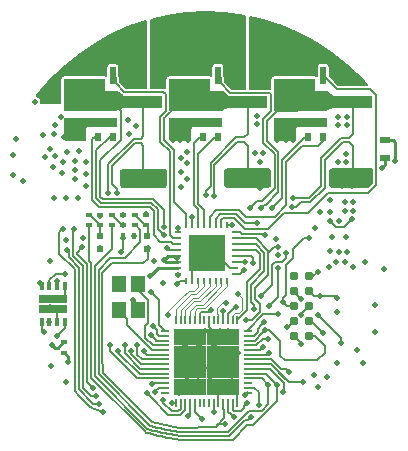
<source format=gbr>
G04 #@! TF.GenerationSoftware,KiCad,Pcbnew,(5.1.5)-3*
G04 #@! TF.CreationDate,2020-08-22T17:19:44-02:30*
G04 #@! TF.ProjectId,Thruster_Controller_V2,54687275-7374-4657-925f-436f6e74726f,rev?*
G04 #@! TF.SameCoordinates,Original*
G04 #@! TF.FileFunction,Copper,L4,Bot*
G04 #@! TF.FilePolarity,Positive*
%FSLAX46Y46*%
G04 Gerber Fmt 4.6, Leading zero omitted, Abs format (unit mm)*
G04 Created by KiCad (PCBNEW (5.1.5)-3) date 2020-08-22 17:19:44*
%MOMM*%
%LPD*%
G04 APERTURE LIST*
%ADD10C,0.100000*%
%ADD11C,0.787400*%
%ADD12R,3.200000X1.000000*%
%ADD13C,0.127000*%
%ADD14R,0.350000X0.650000*%
%ADD15R,1.200000X0.775000*%
%ADD16R,0.900000X0.500000*%
%ADD17R,0.500000X0.600000*%
%ADD18R,0.600000X0.400000*%
%ADD19R,0.400000X0.600000*%
%ADD20R,1.400000X1.400000*%
%ADD21R,0.200000X0.800000*%
%ADD22R,0.800000X0.200000*%
%ADD23R,1.550000X1.550000*%
%ADD24R,0.250000X0.600000*%
%ADD25R,0.600000X0.250000*%
%ADD26R,1.200000X1.400000*%
%ADD27C,0.500000*%
%ADD28C,0.127000*%
%ADD29C,0.250000*%
%ADD30C,0.101600*%
%ADD31C,0.200000*%
G04 APERTURE END LIST*
D10*
G36*
X103436500Y-92519000D02*
G01*
X103436500Y-92900000D01*
X103563500Y-92900000D01*
X103563500Y-92519000D01*
X103436500Y-92519000D01*
G37*
G36*
X94536500Y-92509500D02*
G01*
X94536500Y-92890500D01*
X94663500Y-92890500D01*
X94663500Y-92509500D01*
X94536500Y-92509500D01*
G37*
G36*
X112336500Y-92509500D02*
G01*
X112336500Y-92890500D01*
X112463500Y-92890500D01*
X112463500Y-92509500D01*
X112336500Y-92509500D01*
G37*
G36*
X103563500Y-89190500D02*
G01*
X103563500Y-88809500D01*
X103436500Y-88809500D01*
X103436500Y-89190500D01*
X103563500Y-89190500D01*
G37*
G36*
X94663500Y-89190500D02*
G01*
X94663500Y-88809500D01*
X94536500Y-88809500D01*
X94536500Y-89190500D01*
X94663500Y-89190500D01*
G37*
G36*
X112463500Y-89190500D02*
G01*
X112463500Y-88809500D01*
X112336500Y-88809500D01*
X112336500Y-89190500D01*
X112463500Y-89190500D01*
G37*
G04 #@! TA.AperFunction,SMDPad,CuDef*
G36*
X89719901Y-90296241D02*
G01*
X89724755Y-90296961D01*
X89729514Y-90298153D01*
X89734134Y-90299806D01*
X89738570Y-90301904D01*
X89742779Y-90304427D01*
X89746720Y-90307349D01*
X89750355Y-90310645D01*
X89753651Y-90314280D01*
X89756573Y-90318221D01*
X89759096Y-90322430D01*
X89761194Y-90326866D01*
X89762847Y-90331486D01*
X89764039Y-90336245D01*
X89764759Y-90341099D01*
X89765000Y-90346000D01*
X89765000Y-90946000D01*
X89764759Y-90950901D01*
X89764039Y-90955755D01*
X89762847Y-90960514D01*
X89761194Y-90965134D01*
X89759096Y-90969570D01*
X89756573Y-90973779D01*
X89753651Y-90977720D01*
X89750355Y-90981355D01*
X89746720Y-90984651D01*
X89742779Y-90987573D01*
X89738570Y-90990096D01*
X89734134Y-90992194D01*
X89729514Y-90993847D01*
X89724755Y-90995039D01*
X89719901Y-90995759D01*
X89715000Y-90996000D01*
X89315000Y-90996000D01*
X89310099Y-90995759D01*
X89305245Y-90995039D01*
X89300486Y-90993847D01*
X89295866Y-90992194D01*
X89291430Y-90990096D01*
X89287221Y-90987573D01*
X89283280Y-90984651D01*
X89279645Y-90981355D01*
X89276349Y-90977720D01*
X89273427Y-90973779D01*
X89270904Y-90969570D01*
X89268806Y-90965134D01*
X89267153Y-90960514D01*
X89265961Y-90955755D01*
X89265241Y-90950901D01*
X89265000Y-90946000D01*
X89265000Y-90346000D01*
X89265241Y-90341099D01*
X89265961Y-90336245D01*
X89267153Y-90331486D01*
X89268806Y-90326866D01*
X89270904Y-90322430D01*
X89273427Y-90318221D01*
X89276349Y-90314280D01*
X89279645Y-90310645D01*
X89283280Y-90307349D01*
X89287221Y-90304427D01*
X89291430Y-90301904D01*
X89295866Y-90299806D01*
X89300486Y-90298153D01*
X89305245Y-90296961D01*
X89310099Y-90296241D01*
X89315000Y-90296000D01*
X89715000Y-90296000D01*
X89719901Y-90296241D01*
G37*
G04 #@! TD.AperFunction*
G04 #@! TA.AperFunction,SMDPad,CuDef*
G36*
X90989901Y-90296241D02*
G01*
X90994755Y-90296961D01*
X90999514Y-90298153D01*
X91004134Y-90299806D01*
X91008570Y-90301904D01*
X91012779Y-90304427D01*
X91016720Y-90307349D01*
X91020355Y-90310645D01*
X91023651Y-90314280D01*
X91026573Y-90318221D01*
X91029096Y-90322430D01*
X91031194Y-90326866D01*
X91032847Y-90331486D01*
X91034039Y-90336245D01*
X91034759Y-90341099D01*
X91035000Y-90346000D01*
X91035000Y-90946000D01*
X91034759Y-90950901D01*
X91034039Y-90955755D01*
X91032847Y-90960514D01*
X91031194Y-90965134D01*
X91029096Y-90969570D01*
X91026573Y-90973779D01*
X91023651Y-90977720D01*
X91020355Y-90981355D01*
X91016720Y-90984651D01*
X91012779Y-90987573D01*
X91008570Y-90990096D01*
X91004134Y-90992194D01*
X90999514Y-90993847D01*
X90994755Y-90995039D01*
X90989901Y-90995759D01*
X90985000Y-90996000D01*
X90585000Y-90996000D01*
X90580099Y-90995759D01*
X90575245Y-90995039D01*
X90570486Y-90993847D01*
X90565866Y-90992194D01*
X90561430Y-90990096D01*
X90557221Y-90987573D01*
X90553280Y-90984651D01*
X90549645Y-90981355D01*
X90546349Y-90977720D01*
X90543427Y-90973779D01*
X90540904Y-90969570D01*
X90538806Y-90965134D01*
X90537153Y-90960514D01*
X90535961Y-90955755D01*
X90535241Y-90950901D01*
X90535000Y-90946000D01*
X90535000Y-90346000D01*
X90535241Y-90341099D01*
X90535961Y-90336245D01*
X90537153Y-90331486D01*
X90538806Y-90326866D01*
X90540904Y-90322430D01*
X90543427Y-90318221D01*
X90546349Y-90314280D01*
X90549645Y-90310645D01*
X90553280Y-90307349D01*
X90557221Y-90304427D01*
X90561430Y-90301904D01*
X90565866Y-90299806D01*
X90570486Y-90298153D01*
X90575245Y-90296961D01*
X90580099Y-90296241D01*
X90585000Y-90296000D01*
X90985000Y-90296000D01*
X90989901Y-90296241D01*
G37*
G04 #@! TD.AperFunction*
G04 #@! TA.AperFunction,SMDPad,CuDef*
G36*
X88449901Y-90296241D02*
G01*
X88454755Y-90296961D01*
X88459514Y-90298153D01*
X88464134Y-90299806D01*
X88468570Y-90301904D01*
X88472779Y-90304427D01*
X88476720Y-90307349D01*
X88480355Y-90310645D01*
X88483651Y-90314280D01*
X88486573Y-90318221D01*
X88489096Y-90322430D01*
X88491194Y-90326866D01*
X88492847Y-90331486D01*
X88494039Y-90336245D01*
X88494759Y-90341099D01*
X88495000Y-90346000D01*
X88495000Y-90946000D01*
X88494759Y-90950901D01*
X88494039Y-90955755D01*
X88492847Y-90960514D01*
X88491194Y-90965134D01*
X88489096Y-90969570D01*
X88486573Y-90973779D01*
X88483651Y-90977720D01*
X88480355Y-90981355D01*
X88476720Y-90984651D01*
X88472779Y-90987573D01*
X88468570Y-90990096D01*
X88464134Y-90992194D01*
X88459514Y-90993847D01*
X88454755Y-90995039D01*
X88449901Y-90995759D01*
X88445000Y-90996000D01*
X88045000Y-90996000D01*
X88040099Y-90995759D01*
X88035245Y-90995039D01*
X88030486Y-90993847D01*
X88025866Y-90992194D01*
X88021430Y-90990096D01*
X88017221Y-90987573D01*
X88013280Y-90984651D01*
X88009645Y-90981355D01*
X88006349Y-90977720D01*
X88003427Y-90973779D01*
X88000904Y-90969570D01*
X87998806Y-90965134D01*
X87997153Y-90960514D01*
X87995961Y-90955755D01*
X87995241Y-90950901D01*
X87995000Y-90946000D01*
X87995000Y-90346000D01*
X87995241Y-90341099D01*
X87995961Y-90336245D01*
X87997153Y-90331486D01*
X87998806Y-90326866D01*
X88000904Y-90322430D01*
X88003427Y-90318221D01*
X88006349Y-90314280D01*
X88009645Y-90310645D01*
X88013280Y-90307349D01*
X88017221Y-90304427D01*
X88021430Y-90301904D01*
X88025866Y-90299806D01*
X88030486Y-90298153D01*
X88035245Y-90296961D01*
X88040099Y-90296241D01*
X88045000Y-90296000D01*
X88445000Y-90296000D01*
X88449901Y-90296241D01*
G37*
G04 #@! TD.AperFunction*
G04 #@! TA.AperFunction,SMDPad,CuDef*
G36*
X92259901Y-90296241D02*
G01*
X92264755Y-90296961D01*
X92269514Y-90298153D01*
X92274134Y-90299806D01*
X92278570Y-90301904D01*
X92282779Y-90304427D01*
X92286720Y-90307349D01*
X92290355Y-90310645D01*
X92293651Y-90314280D01*
X92296573Y-90318221D01*
X92299096Y-90322430D01*
X92301194Y-90326866D01*
X92302847Y-90331486D01*
X92304039Y-90336245D01*
X92304759Y-90341099D01*
X92305000Y-90346000D01*
X92305000Y-90946000D01*
X92304759Y-90950901D01*
X92304039Y-90955755D01*
X92302847Y-90960514D01*
X92301194Y-90965134D01*
X92299096Y-90969570D01*
X92296573Y-90973779D01*
X92293651Y-90977720D01*
X92290355Y-90981355D01*
X92286720Y-90984651D01*
X92282779Y-90987573D01*
X92278570Y-90990096D01*
X92274134Y-90992194D01*
X92269514Y-90993847D01*
X92264755Y-90995039D01*
X92259901Y-90995759D01*
X92255000Y-90996000D01*
X91855000Y-90996000D01*
X91850099Y-90995759D01*
X91845245Y-90995039D01*
X91840486Y-90993847D01*
X91835866Y-90992194D01*
X91831430Y-90990096D01*
X91827221Y-90987573D01*
X91823280Y-90984651D01*
X91819645Y-90981355D01*
X91816349Y-90977720D01*
X91813427Y-90973779D01*
X91810904Y-90969570D01*
X91808806Y-90965134D01*
X91807153Y-90960514D01*
X91805961Y-90955755D01*
X91805241Y-90950901D01*
X91805000Y-90946000D01*
X91805000Y-90346000D01*
X91805241Y-90341099D01*
X91805961Y-90336245D01*
X91807153Y-90331486D01*
X91808806Y-90326866D01*
X91810904Y-90322430D01*
X91813427Y-90318221D01*
X91816349Y-90314280D01*
X91819645Y-90310645D01*
X91823280Y-90307349D01*
X91827221Y-90304427D01*
X91831430Y-90301904D01*
X91835866Y-90299806D01*
X91840486Y-90298153D01*
X91845245Y-90296961D01*
X91850099Y-90296241D01*
X91855000Y-90296000D01*
X92255000Y-90296000D01*
X92259901Y-90296241D01*
G37*
G04 #@! TD.AperFunction*
G04 #@! TA.AperFunction,SMDPad,CuDef*
G36*
X92363921Y-89020193D02*
G01*
X92367804Y-89020769D01*
X92371611Y-89021722D01*
X92375307Y-89023045D01*
X92378856Y-89024723D01*
X92382223Y-89026741D01*
X92385376Y-89029080D01*
X92388284Y-89031716D01*
X92390920Y-89034624D01*
X92393259Y-89037777D01*
X92395277Y-89041144D01*
X92396955Y-89044693D01*
X92398278Y-89048389D01*
X92399231Y-89052196D01*
X92399807Y-89056079D01*
X92400000Y-89060000D01*
X92400000Y-89780000D01*
X92399807Y-89783921D01*
X92399231Y-89787804D01*
X92398278Y-89791611D01*
X92396955Y-89795307D01*
X92395277Y-89798856D01*
X92393259Y-89802223D01*
X92390920Y-89805376D01*
X92388284Y-89808284D01*
X92385376Y-89810920D01*
X92382223Y-89813259D01*
X92378856Y-89815277D01*
X92375307Y-89816955D01*
X92371611Y-89818278D01*
X92367804Y-89819231D01*
X92363921Y-89819807D01*
X92360000Y-89820000D01*
X87940000Y-89820000D01*
X87936079Y-89819807D01*
X87932196Y-89819231D01*
X87928389Y-89818278D01*
X87924693Y-89816955D01*
X87921144Y-89815277D01*
X87917777Y-89813259D01*
X87914624Y-89810920D01*
X87911716Y-89808284D01*
X87909080Y-89805376D01*
X87906741Y-89802223D01*
X87904723Y-89798856D01*
X87903045Y-89795307D01*
X87901722Y-89791611D01*
X87900769Y-89787804D01*
X87900193Y-89783921D01*
X87900000Y-89780000D01*
X87900000Y-89060000D01*
X87900193Y-89056079D01*
X87900769Y-89052196D01*
X87901722Y-89048389D01*
X87903045Y-89044693D01*
X87904723Y-89041144D01*
X87906741Y-89037777D01*
X87909080Y-89034624D01*
X87911716Y-89031716D01*
X87914624Y-89029080D01*
X87917777Y-89026741D01*
X87921144Y-89024723D01*
X87924693Y-89023045D01*
X87928389Y-89021722D01*
X87932196Y-89020769D01*
X87936079Y-89020193D01*
X87940000Y-89020000D01*
X92360000Y-89020000D01*
X92363921Y-89020193D01*
G37*
G04 #@! TD.AperFunction*
G04 #@! TA.AperFunction,SMDPad,CuDef*
G36*
X87940245Y-88449039D02*
G01*
X87930866Y-88446194D01*
X87922221Y-88441573D01*
X87914645Y-88435355D01*
X87908427Y-88427779D01*
X87903806Y-88419134D01*
X87900961Y-88409755D01*
X87900000Y-88400000D01*
X87900000Y-85800000D01*
X87900961Y-85790245D01*
X87903806Y-85780866D01*
X87908427Y-85772221D01*
X87914645Y-85764645D01*
X87922221Y-85758427D01*
X87930866Y-85753806D01*
X87940245Y-85750961D01*
X87950000Y-85750000D01*
X91350000Y-85750000D01*
X91359755Y-85750961D01*
X91369134Y-85753806D01*
X91377779Y-85758427D01*
X91385355Y-85764645D01*
X91391573Y-85772221D01*
X91396194Y-85780866D01*
X91399039Y-85790245D01*
X91400000Y-85800000D01*
X91400000Y-86750000D01*
X92350000Y-86750000D01*
X92359755Y-86750961D01*
X92369134Y-86753806D01*
X92377779Y-86758427D01*
X92385355Y-86764645D01*
X92391573Y-86772221D01*
X92396194Y-86780866D01*
X92399039Y-86790245D01*
X92400000Y-86800000D01*
X92400000Y-88400000D01*
X92399039Y-88409755D01*
X92396194Y-88419134D01*
X92391573Y-88427779D01*
X92385355Y-88435355D01*
X92377779Y-88441573D01*
X92369134Y-88446194D01*
X92359755Y-88449039D01*
X92350000Y-88450000D01*
X87950000Y-88450000D01*
X87940245Y-88449039D01*
G37*
G04 #@! TD.AperFunction*
G04 #@! TA.AperFunction,SMDPad,CuDef*
G36*
X91295881Y-84700289D02*
G01*
X91301705Y-84701153D01*
X91307417Y-84702584D01*
X91312961Y-84704567D01*
X91318284Y-84707085D01*
X91323334Y-84710112D01*
X91328064Y-84713619D01*
X91332426Y-84717574D01*
X91336381Y-84721936D01*
X91339888Y-84726666D01*
X91342915Y-84731716D01*
X91345433Y-84737039D01*
X91347416Y-84742583D01*
X91348847Y-84748295D01*
X91349711Y-84754119D01*
X91350000Y-84760000D01*
X91350000Y-85240000D01*
X91349711Y-85245881D01*
X91348847Y-85251705D01*
X91347416Y-85257417D01*
X91345433Y-85262961D01*
X91342915Y-85268284D01*
X91339888Y-85273334D01*
X91336381Y-85278064D01*
X91332426Y-85282426D01*
X91328064Y-85286381D01*
X91323334Y-85289888D01*
X91318284Y-85292915D01*
X91312961Y-85295433D01*
X91307417Y-85297416D01*
X91301705Y-85298847D01*
X91295881Y-85299711D01*
X91290000Y-85300000D01*
X88010000Y-85300000D01*
X88004119Y-85299711D01*
X87998295Y-85298847D01*
X87992583Y-85297416D01*
X87987039Y-85295433D01*
X87981716Y-85292915D01*
X87976666Y-85289888D01*
X87971936Y-85286381D01*
X87967574Y-85282426D01*
X87963619Y-85278064D01*
X87960112Y-85273334D01*
X87957085Y-85268284D01*
X87954567Y-85262961D01*
X87952584Y-85257417D01*
X87951153Y-85251705D01*
X87950289Y-85245881D01*
X87950000Y-85240000D01*
X87950000Y-84760000D01*
X87950289Y-84754119D01*
X87951153Y-84748295D01*
X87952584Y-84742583D01*
X87954567Y-84737039D01*
X87957085Y-84731716D01*
X87960112Y-84726666D01*
X87963619Y-84721936D01*
X87967574Y-84717574D01*
X87971936Y-84713619D01*
X87976666Y-84710112D01*
X87981716Y-84707085D01*
X87987039Y-84704567D01*
X87992583Y-84702584D01*
X87998295Y-84701153D01*
X88004119Y-84700289D01*
X88010000Y-84700000D01*
X91290000Y-84700000D01*
X91295881Y-84700289D01*
G37*
G04 #@! TD.AperFunction*
G04 #@! TA.AperFunction,SMDPad,CuDef*
G36*
X92259901Y-84700241D02*
G01*
X92264755Y-84700961D01*
X92269514Y-84702153D01*
X92274134Y-84703806D01*
X92278570Y-84705904D01*
X92282779Y-84708427D01*
X92286720Y-84711349D01*
X92290355Y-84714645D01*
X92293651Y-84718280D01*
X92296573Y-84722221D01*
X92299096Y-84726430D01*
X92301194Y-84730866D01*
X92302847Y-84735486D01*
X92304039Y-84740245D01*
X92304759Y-84745099D01*
X92305000Y-84750000D01*
X92305000Y-86150000D01*
X92304759Y-86154901D01*
X92304039Y-86159755D01*
X92302847Y-86164514D01*
X92301194Y-86169134D01*
X92299096Y-86173570D01*
X92296573Y-86177779D01*
X92293651Y-86181720D01*
X92290355Y-86185355D01*
X92286720Y-86188651D01*
X92282779Y-86191573D01*
X92278570Y-86194096D01*
X92274134Y-86196194D01*
X92269514Y-86197847D01*
X92264755Y-86199039D01*
X92259901Y-86199759D01*
X92255000Y-86200000D01*
X91855000Y-86200000D01*
X91850099Y-86199759D01*
X91845245Y-86199039D01*
X91840486Y-86197847D01*
X91835866Y-86196194D01*
X91831430Y-86194096D01*
X91827221Y-86191573D01*
X91823280Y-86188651D01*
X91819645Y-86185355D01*
X91816349Y-86181720D01*
X91813427Y-86177779D01*
X91810904Y-86173570D01*
X91808806Y-86169134D01*
X91807153Y-86164514D01*
X91805961Y-86159755D01*
X91805241Y-86154901D01*
X91805000Y-86150000D01*
X91805000Y-84750000D01*
X91805241Y-84745099D01*
X91805961Y-84740245D01*
X91807153Y-84735486D01*
X91808806Y-84730866D01*
X91810904Y-84726430D01*
X91813427Y-84722221D01*
X91816349Y-84718280D01*
X91819645Y-84714645D01*
X91823280Y-84711349D01*
X91827221Y-84708427D01*
X91831430Y-84705904D01*
X91835866Y-84703806D01*
X91840486Y-84702153D01*
X91845245Y-84700961D01*
X91850099Y-84700241D01*
X91855000Y-84700000D01*
X92255000Y-84700000D01*
X92259901Y-84700241D01*
G37*
G04 #@! TD.AperFunction*
D11*
X107365000Y-102460000D03*
X107365000Y-103730000D03*
X107365000Y-105000000D03*
X107365000Y-106270000D03*
X107365000Y-107540000D03*
X108635000Y-107540000D03*
X108635000Y-106270000D03*
X108635000Y-105000000D03*
X108635000Y-103730000D03*
X108635000Y-102460000D03*
D12*
X94600000Y-93900000D03*
X94600000Y-87700000D03*
G04 #@! TA.AperFunction,SMDPad,CuDef*
D10*
G36*
X98619901Y-90296241D02*
G01*
X98624755Y-90296961D01*
X98629514Y-90298153D01*
X98634134Y-90299806D01*
X98638570Y-90301904D01*
X98642779Y-90304427D01*
X98646720Y-90307349D01*
X98650355Y-90310645D01*
X98653651Y-90314280D01*
X98656573Y-90318221D01*
X98659096Y-90322430D01*
X98661194Y-90326866D01*
X98662847Y-90331486D01*
X98664039Y-90336245D01*
X98664759Y-90341099D01*
X98665000Y-90346000D01*
X98665000Y-90946000D01*
X98664759Y-90950901D01*
X98664039Y-90955755D01*
X98662847Y-90960514D01*
X98661194Y-90965134D01*
X98659096Y-90969570D01*
X98656573Y-90973779D01*
X98653651Y-90977720D01*
X98650355Y-90981355D01*
X98646720Y-90984651D01*
X98642779Y-90987573D01*
X98638570Y-90990096D01*
X98634134Y-90992194D01*
X98629514Y-90993847D01*
X98624755Y-90995039D01*
X98619901Y-90995759D01*
X98615000Y-90996000D01*
X98215000Y-90996000D01*
X98210099Y-90995759D01*
X98205245Y-90995039D01*
X98200486Y-90993847D01*
X98195866Y-90992194D01*
X98191430Y-90990096D01*
X98187221Y-90987573D01*
X98183280Y-90984651D01*
X98179645Y-90981355D01*
X98176349Y-90977720D01*
X98173427Y-90973779D01*
X98170904Y-90969570D01*
X98168806Y-90965134D01*
X98167153Y-90960514D01*
X98165961Y-90955755D01*
X98165241Y-90950901D01*
X98165000Y-90946000D01*
X98165000Y-90346000D01*
X98165241Y-90341099D01*
X98165961Y-90336245D01*
X98167153Y-90331486D01*
X98168806Y-90326866D01*
X98170904Y-90322430D01*
X98173427Y-90318221D01*
X98176349Y-90314280D01*
X98179645Y-90310645D01*
X98183280Y-90307349D01*
X98187221Y-90304427D01*
X98191430Y-90301904D01*
X98195866Y-90299806D01*
X98200486Y-90298153D01*
X98205245Y-90296961D01*
X98210099Y-90296241D01*
X98215000Y-90296000D01*
X98615000Y-90296000D01*
X98619901Y-90296241D01*
G37*
G04 #@! TD.AperFunction*
G04 #@! TA.AperFunction,SMDPad,CuDef*
G36*
X99889901Y-90296241D02*
G01*
X99894755Y-90296961D01*
X99899514Y-90298153D01*
X99904134Y-90299806D01*
X99908570Y-90301904D01*
X99912779Y-90304427D01*
X99916720Y-90307349D01*
X99920355Y-90310645D01*
X99923651Y-90314280D01*
X99926573Y-90318221D01*
X99929096Y-90322430D01*
X99931194Y-90326866D01*
X99932847Y-90331486D01*
X99934039Y-90336245D01*
X99934759Y-90341099D01*
X99935000Y-90346000D01*
X99935000Y-90946000D01*
X99934759Y-90950901D01*
X99934039Y-90955755D01*
X99932847Y-90960514D01*
X99931194Y-90965134D01*
X99929096Y-90969570D01*
X99926573Y-90973779D01*
X99923651Y-90977720D01*
X99920355Y-90981355D01*
X99916720Y-90984651D01*
X99912779Y-90987573D01*
X99908570Y-90990096D01*
X99904134Y-90992194D01*
X99899514Y-90993847D01*
X99894755Y-90995039D01*
X99889901Y-90995759D01*
X99885000Y-90996000D01*
X99485000Y-90996000D01*
X99480099Y-90995759D01*
X99475245Y-90995039D01*
X99470486Y-90993847D01*
X99465866Y-90992194D01*
X99461430Y-90990096D01*
X99457221Y-90987573D01*
X99453280Y-90984651D01*
X99449645Y-90981355D01*
X99446349Y-90977720D01*
X99443427Y-90973779D01*
X99440904Y-90969570D01*
X99438806Y-90965134D01*
X99437153Y-90960514D01*
X99435961Y-90955755D01*
X99435241Y-90950901D01*
X99435000Y-90946000D01*
X99435000Y-90346000D01*
X99435241Y-90341099D01*
X99435961Y-90336245D01*
X99437153Y-90331486D01*
X99438806Y-90326866D01*
X99440904Y-90322430D01*
X99443427Y-90318221D01*
X99446349Y-90314280D01*
X99449645Y-90310645D01*
X99453280Y-90307349D01*
X99457221Y-90304427D01*
X99461430Y-90301904D01*
X99465866Y-90299806D01*
X99470486Y-90298153D01*
X99475245Y-90296961D01*
X99480099Y-90296241D01*
X99485000Y-90296000D01*
X99885000Y-90296000D01*
X99889901Y-90296241D01*
G37*
G04 #@! TD.AperFunction*
G04 #@! TA.AperFunction,SMDPad,CuDef*
G36*
X97349901Y-90296241D02*
G01*
X97354755Y-90296961D01*
X97359514Y-90298153D01*
X97364134Y-90299806D01*
X97368570Y-90301904D01*
X97372779Y-90304427D01*
X97376720Y-90307349D01*
X97380355Y-90310645D01*
X97383651Y-90314280D01*
X97386573Y-90318221D01*
X97389096Y-90322430D01*
X97391194Y-90326866D01*
X97392847Y-90331486D01*
X97394039Y-90336245D01*
X97394759Y-90341099D01*
X97395000Y-90346000D01*
X97395000Y-90946000D01*
X97394759Y-90950901D01*
X97394039Y-90955755D01*
X97392847Y-90960514D01*
X97391194Y-90965134D01*
X97389096Y-90969570D01*
X97386573Y-90973779D01*
X97383651Y-90977720D01*
X97380355Y-90981355D01*
X97376720Y-90984651D01*
X97372779Y-90987573D01*
X97368570Y-90990096D01*
X97364134Y-90992194D01*
X97359514Y-90993847D01*
X97354755Y-90995039D01*
X97349901Y-90995759D01*
X97345000Y-90996000D01*
X96945000Y-90996000D01*
X96940099Y-90995759D01*
X96935245Y-90995039D01*
X96930486Y-90993847D01*
X96925866Y-90992194D01*
X96921430Y-90990096D01*
X96917221Y-90987573D01*
X96913280Y-90984651D01*
X96909645Y-90981355D01*
X96906349Y-90977720D01*
X96903427Y-90973779D01*
X96900904Y-90969570D01*
X96898806Y-90965134D01*
X96897153Y-90960514D01*
X96895961Y-90955755D01*
X96895241Y-90950901D01*
X96895000Y-90946000D01*
X96895000Y-90346000D01*
X96895241Y-90341099D01*
X96895961Y-90336245D01*
X96897153Y-90331486D01*
X96898806Y-90326866D01*
X96900904Y-90322430D01*
X96903427Y-90318221D01*
X96906349Y-90314280D01*
X96909645Y-90310645D01*
X96913280Y-90307349D01*
X96917221Y-90304427D01*
X96921430Y-90301904D01*
X96925866Y-90299806D01*
X96930486Y-90298153D01*
X96935245Y-90296961D01*
X96940099Y-90296241D01*
X96945000Y-90296000D01*
X97345000Y-90296000D01*
X97349901Y-90296241D01*
G37*
G04 #@! TD.AperFunction*
G04 #@! TA.AperFunction,SMDPad,CuDef*
G36*
X101159901Y-90296241D02*
G01*
X101164755Y-90296961D01*
X101169514Y-90298153D01*
X101174134Y-90299806D01*
X101178570Y-90301904D01*
X101182779Y-90304427D01*
X101186720Y-90307349D01*
X101190355Y-90310645D01*
X101193651Y-90314280D01*
X101196573Y-90318221D01*
X101199096Y-90322430D01*
X101201194Y-90326866D01*
X101202847Y-90331486D01*
X101204039Y-90336245D01*
X101204759Y-90341099D01*
X101205000Y-90346000D01*
X101205000Y-90946000D01*
X101204759Y-90950901D01*
X101204039Y-90955755D01*
X101202847Y-90960514D01*
X101201194Y-90965134D01*
X101199096Y-90969570D01*
X101196573Y-90973779D01*
X101193651Y-90977720D01*
X101190355Y-90981355D01*
X101186720Y-90984651D01*
X101182779Y-90987573D01*
X101178570Y-90990096D01*
X101174134Y-90992194D01*
X101169514Y-90993847D01*
X101164755Y-90995039D01*
X101159901Y-90995759D01*
X101155000Y-90996000D01*
X100755000Y-90996000D01*
X100750099Y-90995759D01*
X100745245Y-90995039D01*
X100740486Y-90993847D01*
X100735866Y-90992194D01*
X100731430Y-90990096D01*
X100727221Y-90987573D01*
X100723280Y-90984651D01*
X100719645Y-90981355D01*
X100716349Y-90977720D01*
X100713427Y-90973779D01*
X100710904Y-90969570D01*
X100708806Y-90965134D01*
X100707153Y-90960514D01*
X100705961Y-90955755D01*
X100705241Y-90950901D01*
X100705000Y-90946000D01*
X100705000Y-90346000D01*
X100705241Y-90341099D01*
X100705961Y-90336245D01*
X100707153Y-90331486D01*
X100708806Y-90326866D01*
X100710904Y-90322430D01*
X100713427Y-90318221D01*
X100716349Y-90314280D01*
X100719645Y-90310645D01*
X100723280Y-90307349D01*
X100727221Y-90304427D01*
X100731430Y-90301904D01*
X100735866Y-90299806D01*
X100740486Y-90298153D01*
X100745245Y-90296961D01*
X100750099Y-90296241D01*
X100755000Y-90296000D01*
X101155000Y-90296000D01*
X101159901Y-90296241D01*
G37*
G04 #@! TD.AperFunction*
G04 #@! TA.AperFunction,SMDPad,CuDef*
G36*
X101263921Y-89020193D02*
G01*
X101267804Y-89020769D01*
X101271611Y-89021722D01*
X101275307Y-89023045D01*
X101278856Y-89024723D01*
X101282223Y-89026741D01*
X101285376Y-89029080D01*
X101288284Y-89031716D01*
X101290920Y-89034624D01*
X101293259Y-89037777D01*
X101295277Y-89041144D01*
X101296955Y-89044693D01*
X101298278Y-89048389D01*
X101299231Y-89052196D01*
X101299807Y-89056079D01*
X101300000Y-89060000D01*
X101300000Y-89780000D01*
X101299807Y-89783921D01*
X101299231Y-89787804D01*
X101298278Y-89791611D01*
X101296955Y-89795307D01*
X101295277Y-89798856D01*
X101293259Y-89802223D01*
X101290920Y-89805376D01*
X101288284Y-89808284D01*
X101285376Y-89810920D01*
X101282223Y-89813259D01*
X101278856Y-89815277D01*
X101275307Y-89816955D01*
X101271611Y-89818278D01*
X101267804Y-89819231D01*
X101263921Y-89819807D01*
X101260000Y-89820000D01*
X96840000Y-89820000D01*
X96836079Y-89819807D01*
X96832196Y-89819231D01*
X96828389Y-89818278D01*
X96824693Y-89816955D01*
X96821144Y-89815277D01*
X96817777Y-89813259D01*
X96814624Y-89810920D01*
X96811716Y-89808284D01*
X96809080Y-89805376D01*
X96806741Y-89802223D01*
X96804723Y-89798856D01*
X96803045Y-89795307D01*
X96801722Y-89791611D01*
X96800769Y-89787804D01*
X96800193Y-89783921D01*
X96800000Y-89780000D01*
X96800000Y-89060000D01*
X96800193Y-89056079D01*
X96800769Y-89052196D01*
X96801722Y-89048389D01*
X96803045Y-89044693D01*
X96804723Y-89041144D01*
X96806741Y-89037777D01*
X96809080Y-89034624D01*
X96811716Y-89031716D01*
X96814624Y-89029080D01*
X96817777Y-89026741D01*
X96821144Y-89024723D01*
X96824693Y-89023045D01*
X96828389Y-89021722D01*
X96832196Y-89020769D01*
X96836079Y-89020193D01*
X96840000Y-89020000D01*
X101260000Y-89020000D01*
X101263921Y-89020193D01*
G37*
G04 #@! TD.AperFunction*
G04 #@! TA.AperFunction,SMDPad,CuDef*
G36*
X96840245Y-88449039D02*
G01*
X96830866Y-88446194D01*
X96822221Y-88441573D01*
X96814645Y-88435355D01*
X96808427Y-88427779D01*
X96803806Y-88419134D01*
X96800961Y-88409755D01*
X96800000Y-88400000D01*
X96800000Y-85800000D01*
X96800961Y-85790245D01*
X96803806Y-85780866D01*
X96808427Y-85772221D01*
X96814645Y-85764645D01*
X96822221Y-85758427D01*
X96830866Y-85753806D01*
X96840245Y-85750961D01*
X96850000Y-85750000D01*
X100250000Y-85750000D01*
X100259755Y-85750961D01*
X100269134Y-85753806D01*
X100277779Y-85758427D01*
X100285355Y-85764645D01*
X100291573Y-85772221D01*
X100296194Y-85780866D01*
X100299039Y-85790245D01*
X100300000Y-85800000D01*
X100300000Y-86750000D01*
X101250000Y-86750000D01*
X101259755Y-86750961D01*
X101269134Y-86753806D01*
X101277779Y-86758427D01*
X101285355Y-86764645D01*
X101291573Y-86772221D01*
X101296194Y-86780866D01*
X101299039Y-86790245D01*
X101300000Y-86800000D01*
X101300000Y-88400000D01*
X101299039Y-88409755D01*
X101296194Y-88419134D01*
X101291573Y-88427779D01*
X101285355Y-88435355D01*
X101277779Y-88441573D01*
X101269134Y-88446194D01*
X101259755Y-88449039D01*
X101250000Y-88450000D01*
X96850000Y-88450000D01*
X96840245Y-88449039D01*
G37*
G04 #@! TD.AperFunction*
G04 #@! TA.AperFunction,SMDPad,CuDef*
G36*
X100195881Y-84700289D02*
G01*
X100201705Y-84701153D01*
X100207417Y-84702584D01*
X100212961Y-84704567D01*
X100218284Y-84707085D01*
X100223334Y-84710112D01*
X100228064Y-84713619D01*
X100232426Y-84717574D01*
X100236381Y-84721936D01*
X100239888Y-84726666D01*
X100242915Y-84731716D01*
X100245433Y-84737039D01*
X100247416Y-84742583D01*
X100248847Y-84748295D01*
X100249711Y-84754119D01*
X100250000Y-84760000D01*
X100250000Y-85240000D01*
X100249711Y-85245881D01*
X100248847Y-85251705D01*
X100247416Y-85257417D01*
X100245433Y-85262961D01*
X100242915Y-85268284D01*
X100239888Y-85273334D01*
X100236381Y-85278064D01*
X100232426Y-85282426D01*
X100228064Y-85286381D01*
X100223334Y-85289888D01*
X100218284Y-85292915D01*
X100212961Y-85295433D01*
X100207417Y-85297416D01*
X100201705Y-85298847D01*
X100195881Y-85299711D01*
X100190000Y-85300000D01*
X96910000Y-85300000D01*
X96904119Y-85299711D01*
X96898295Y-85298847D01*
X96892583Y-85297416D01*
X96887039Y-85295433D01*
X96881716Y-85292915D01*
X96876666Y-85289888D01*
X96871936Y-85286381D01*
X96867574Y-85282426D01*
X96863619Y-85278064D01*
X96860112Y-85273334D01*
X96857085Y-85268284D01*
X96854567Y-85262961D01*
X96852584Y-85257417D01*
X96851153Y-85251705D01*
X96850289Y-85245881D01*
X96850000Y-85240000D01*
X96850000Y-84760000D01*
X96850289Y-84754119D01*
X96851153Y-84748295D01*
X96852584Y-84742583D01*
X96854567Y-84737039D01*
X96857085Y-84731716D01*
X96860112Y-84726666D01*
X96863619Y-84721936D01*
X96867574Y-84717574D01*
X96871936Y-84713619D01*
X96876666Y-84710112D01*
X96881716Y-84707085D01*
X96887039Y-84704567D01*
X96892583Y-84702584D01*
X96898295Y-84701153D01*
X96904119Y-84700289D01*
X96910000Y-84700000D01*
X100190000Y-84700000D01*
X100195881Y-84700289D01*
G37*
G04 #@! TD.AperFunction*
G04 #@! TA.AperFunction,SMDPad,CuDef*
G36*
X101159901Y-84700241D02*
G01*
X101164755Y-84700961D01*
X101169514Y-84702153D01*
X101174134Y-84703806D01*
X101178570Y-84705904D01*
X101182779Y-84708427D01*
X101186720Y-84711349D01*
X101190355Y-84714645D01*
X101193651Y-84718280D01*
X101196573Y-84722221D01*
X101199096Y-84726430D01*
X101201194Y-84730866D01*
X101202847Y-84735486D01*
X101204039Y-84740245D01*
X101204759Y-84745099D01*
X101205000Y-84750000D01*
X101205000Y-86150000D01*
X101204759Y-86154901D01*
X101204039Y-86159755D01*
X101202847Y-86164514D01*
X101201194Y-86169134D01*
X101199096Y-86173570D01*
X101196573Y-86177779D01*
X101193651Y-86181720D01*
X101190355Y-86185355D01*
X101186720Y-86188651D01*
X101182779Y-86191573D01*
X101178570Y-86194096D01*
X101174134Y-86196194D01*
X101169514Y-86197847D01*
X101164755Y-86199039D01*
X101159901Y-86199759D01*
X101155000Y-86200000D01*
X100755000Y-86200000D01*
X100750099Y-86199759D01*
X100745245Y-86199039D01*
X100740486Y-86197847D01*
X100735866Y-86196194D01*
X100731430Y-86194096D01*
X100727221Y-86191573D01*
X100723280Y-86188651D01*
X100719645Y-86185355D01*
X100716349Y-86181720D01*
X100713427Y-86177779D01*
X100710904Y-86173570D01*
X100708806Y-86169134D01*
X100707153Y-86164514D01*
X100705961Y-86159755D01*
X100705241Y-86154901D01*
X100705000Y-86150000D01*
X100705000Y-84750000D01*
X100705241Y-84745099D01*
X100705961Y-84740245D01*
X100707153Y-84735486D01*
X100708806Y-84730866D01*
X100710904Y-84726430D01*
X100713427Y-84722221D01*
X100716349Y-84718280D01*
X100719645Y-84714645D01*
X100723280Y-84711349D01*
X100727221Y-84708427D01*
X100731430Y-84705904D01*
X100735866Y-84703806D01*
X100740486Y-84702153D01*
X100745245Y-84700961D01*
X100750099Y-84700241D01*
X100755000Y-84700000D01*
X101155000Y-84700000D01*
X101159901Y-84700241D01*
G37*
G04 #@! TD.AperFunction*
D13*
X103500000Y-92900000D03*
X103500000Y-92519000D03*
X94600000Y-92509500D03*
X94600000Y-92890500D03*
X112400000Y-92509500D03*
X112400000Y-92890500D03*
X103500000Y-88809500D03*
X103500000Y-89190500D03*
X94600000Y-89190500D03*
X94600000Y-88809500D03*
X112400000Y-88809500D03*
X112400000Y-89190500D03*
D14*
X87975000Y-106350000D03*
X87325000Y-106350000D03*
X86675000Y-106350000D03*
X86025000Y-106350000D03*
X86025000Y-103250000D03*
X86675000Y-103250000D03*
X87325000Y-103250000D03*
X87975000Y-103250000D03*
D15*
X86400000Y-104412500D03*
X87600000Y-104412500D03*
X86400000Y-105187500D03*
X87600000Y-105187500D03*
D16*
X115075000Y-92425000D03*
X115075000Y-90925000D03*
D17*
X91000000Y-100125000D03*
X91000000Y-99025000D03*
X94950000Y-100125000D03*
X94950000Y-99025000D03*
D18*
X91000000Y-98150000D03*
X91000000Y-97250000D03*
X92950000Y-98150000D03*
X92950000Y-97250000D03*
X94900000Y-97250000D03*
X94900000Y-98150000D03*
G04 #@! TA.AperFunction,SMDPad,CuDef*
D10*
G36*
X110059901Y-84700241D02*
G01*
X110064755Y-84700961D01*
X110069514Y-84702153D01*
X110074134Y-84703806D01*
X110078570Y-84705904D01*
X110082779Y-84708427D01*
X110086720Y-84711349D01*
X110090355Y-84714645D01*
X110093651Y-84718280D01*
X110096573Y-84722221D01*
X110099096Y-84726430D01*
X110101194Y-84730866D01*
X110102847Y-84735486D01*
X110104039Y-84740245D01*
X110104759Y-84745099D01*
X110105000Y-84750000D01*
X110105000Y-86150000D01*
X110104759Y-86154901D01*
X110104039Y-86159755D01*
X110102847Y-86164514D01*
X110101194Y-86169134D01*
X110099096Y-86173570D01*
X110096573Y-86177779D01*
X110093651Y-86181720D01*
X110090355Y-86185355D01*
X110086720Y-86188651D01*
X110082779Y-86191573D01*
X110078570Y-86194096D01*
X110074134Y-86196194D01*
X110069514Y-86197847D01*
X110064755Y-86199039D01*
X110059901Y-86199759D01*
X110055000Y-86200000D01*
X109655000Y-86200000D01*
X109650099Y-86199759D01*
X109645245Y-86199039D01*
X109640486Y-86197847D01*
X109635866Y-86196194D01*
X109631430Y-86194096D01*
X109627221Y-86191573D01*
X109623280Y-86188651D01*
X109619645Y-86185355D01*
X109616349Y-86181720D01*
X109613427Y-86177779D01*
X109610904Y-86173570D01*
X109608806Y-86169134D01*
X109607153Y-86164514D01*
X109605961Y-86159755D01*
X109605241Y-86154901D01*
X109605000Y-86150000D01*
X109605000Y-84750000D01*
X109605241Y-84745099D01*
X109605961Y-84740245D01*
X109607153Y-84735486D01*
X109608806Y-84730866D01*
X109610904Y-84726430D01*
X109613427Y-84722221D01*
X109616349Y-84718280D01*
X109619645Y-84714645D01*
X109623280Y-84711349D01*
X109627221Y-84708427D01*
X109631430Y-84705904D01*
X109635866Y-84703806D01*
X109640486Y-84702153D01*
X109645245Y-84700961D01*
X109650099Y-84700241D01*
X109655000Y-84700000D01*
X110055000Y-84700000D01*
X110059901Y-84700241D01*
G37*
G04 #@! TD.AperFunction*
G04 #@! TA.AperFunction,SMDPad,CuDef*
G36*
X109095881Y-84700289D02*
G01*
X109101705Y-84701153D01*
X109107417Y-84702584D01*
X109112961Y-84704567D01*
X109118284Y-84707085D01*
X109123334Y-84710112D01*
X109128064Y-84713619D01*
X109132426Y-84717574D01*
X109136381Y-84721936D01*
X109139888Y-84726666D01*
X109142915Y-84731716D01*
X109145433Y-84737039D01*
X109147416Y-84742583D01*
X109148847Y-84748295D01*
X109149711Y-84754119D01*
X109150000Y-84760000D01*
X109150000Y-85240000D01*
X109149711Y-85245881D01*
X109148847Y-85251705D01*
X109147416Y-85257417D01*
X109145433Y-85262961D01*
X109142915Y-85268284D01*
X109139888Y-85273334D01*
X109136381Y-85278064D01*
X109132426Y-85282426D01*
X109128064Y-85286381D01*
X109123334Y-85289888D01*
X109118284Y-85292915D01*
X109112961Y-85295433D01*
X109107417Y-85297416D01*
X109101705Y-85298847D01*
X109095881Y-85299711D01*
X109090000Y-85300000D01*
X105810000Y-85300000D01*
X105804119Y-85299711D01*
X105798295Y-85298847D01*
X105792583Y-85297416D01*
X105787039Y-85295433D01*
X105781716Y-85292915D01*
X105776666Y-85289888D01*
X105771936Y-85286381D01*
X105767574Y-85282426D01*
X105763619Y-85278064D01*
X105760112Y-85273334D01*
X105757085Y-85268284D01*
X105754567Y-85262961D01*
X105752584Y-85257417D01*
X105751153Y-85251705D01*
X105750289Y-85245881D01*
X105750000Y-85240000D01*
X105750000Y-84760000D01*
X105750289Y-84754119D01*
X105751153Y-84748295D01*
X105752584Y-84742583D01*
X105754567Y-84737039D01*
X105757085Y-84731716D01*
X105760112Y-84726666D01*
X105763619Y-84721936D01*
X105767574Y-84717574D01*
X105771936Y-84713619D01*
X105776666Y-84710112D01*
X105781716Y-84707085D01*
X105787039Y-84704567D01*
X105792583Y-84702584D01*
X105798295Y-84701153D01*
X105804119Y-84700289D01*
X105810000Y-84700000D01*
X109090000Y-84700000D01*
X109095881Y-84700289D01*
G37*
G04 #@! TD.AperFunction*
G04 #@! TA.AperFunction,SMDPad,CuDef*
G36*
X105740245Y-88449039D02*
G01*
X105730866Y-88446194D01*
X105722221Y-88441573D01*
X105714645Y-88435355D01*
X105708427Y-88427779D01*
X105703806Y-88419134D01*
X105700961Y-88409755D01*
X105700000Y-88400000D01*
X105700000Y-85800000D01*
X105700961Y-85790245D01*
X105703806Y-85780866D01*
X105708427Y-85772221D01*
X105714645Y-85764645D01*
X105722221Y-85758427D01*
X105730866Y-85753806D01*
X105740245Y-85750961D01*
X105750000Y-85750000D01*
X109150000Y-85750000D01*
X109159755Y-85750961D01*
X109169134Y-85753806D01*
X109177779Y-85758427D01*
X109185355Y-85764645D01*
X109191573Y-85772221D01*
X109196194Y-85780866D01*
X109199039Y-85790245D01*
X109200000Y-85800000D01*
X109200000Y-86750000D01*
X110150000Y-86750000D01*
X110159755Y-86750961D01*
X110169134Y-86753806D01*
X110177779Y-86758427D01*
X110185355Y-86764645D01*
X110191573Y-86772221D01*
X110196194Y-86780866D01*
X110199039Y-86790245D01*
X110200000Y-86800000D01*
X110200000Y-88400000D01*
X110199039Y-88409755D01*
X110196194Y-88419134D01*
X110191573Y-88427779D01*
X110185355Y-88435355D01*
X110177779Y-88441573D01*
X110169134Y-88446194D01*
X110159755Y-88449039D01*
X110150000Y-88450000D01*
X105750000Y-88450000D01*
X105740245Y-88449039D01*
G37*
G04 #@! TD.AperFunction*
G04 #@! TA.AperFunction,SMDPad,CuDef*
G36*
X110163921Y-89020193D02*
G01*
X110167804Y-89020769D01*
X110171611Y-89021722D01*
X110175307Y-89023045D01*
X110178856Y-89024723D01*
X110182223Y-89026741D01*
X110185376Y-89029080D01*
X110188284Y-89031716D01*
X110190920Y-89034624D01*
X110193259Y-89037777D01*
X110195277Y-89041144D01*
X110196955Y-89044693D01*
X110198278Y-89048389D01*
X110199231Y-89052196D01*
X110199807Y-89056079D01*
X110200000Y-89060000D01*
X110200000Y-89780000D01*
X110199807Y-89783921D01*
X110199231Y-89787804D01*
X110198278Y-89791611D01*
X110196955Y-89795307D01*
X110195277Y-89798856D01*
X110193259Y-89802223D01*
X110190920Y-89805376D01*
X110188284Y-89808284D01*
X110185376Y-89810920D01*
X110182223Y-89813259D01*
X110178856Y-89815277D01*
X110175307Y-89816955D01*
X110171611Y-89818278D01*
X110167804Y-89819231D01*
X110163921Y-89819807D01*
X110160000Y-89820000D01*
X105740000Y-89820000D01*
X105736079Y-89819807D01*
X105732196Y-89819231D01*
X105728389Y-89818278D01*
X105724693Y-89816955D01*
X105721144Y-89815277D01*
X105717777Y-89813259D01*
X105714624Y-89810920D01*
X105711716Y-89808284D01*
X105709080Y-89805376D01*
X105706741Y-89802223D01*
X105704723Y-89798856D01*
X105703045Y-89795307D01*
X105701722Y-89791611D01*
X105700769Y-89787804D01*
X105700193Y-89783921D01*
X105700000Y-89780000D01*
X105700000Y-89060000D01*
X105700193Y-89056079D01*
X105700769Y-89052196D01*
X105701722Y-89048389D01*
X105703045Y-89044693D01*
X105704723Y-89041144D01*
X105706741Y-89037777D01*
X105709080Y-89034624D01*
X105711716Y-89031716D01*
X105714624Y-89029080D01*
X105717777Y-89026741D01*
X105721144Y-89024723D01*
X105724693Y-89023045D01*
X105728389Y-89021722D01*
X105732196Y-89020769D01*
X105736079Y-89020193D01*
X105740000Y-89020000D01*
X110160000Y-89020000D01*
X110163921Y-89020193D01*
G37*
G04 #@! TD.AperFunction*
G04 #@! TA.AperFunction,SMDPad,CuDef*
G36*
X110059901Y-90296241D02*
G01*
X110064755Y-90296961D01*
X110069514Y-90298153D01*
X110074134Y-90299806D01*
X110078570Y-90301904D01*
X110082779Y-90304427D01*
X110086720Y-90307349D01*
X110090355Y-90310645D01*
X110093651Y-90314280D01*
X110096573Y-90318221D01*
X110099096Y-90322430D01*
X110101194Y-90326866D01*
X110102847Y-90331486D01*
X110104039Y-90336245D01*
X110104759Y-90341099D01*
X110105000Y-90346000D01*
X110105000Y-90946000D01*
X110104759Y-90950901D01*
X110104039Y-90955755D01*
X110102847Y-90960514D01*
X110101194Y-90965134D01*
X110099096Y-90969570D01*
X110096573Y-90973779D01*
X110093651Y-90977720D01*
X110090355Y-90981355D01*
X110086720Y-90984651D01*
X110082779Y-90987573D01*
X110078570Y-90990096D01*
X110074134Y-90992194D01*
X110069514Y-90993847D01*
X110064755Y-90995039D01*
X110059901Y-90995759D01*
X110055000Y-90996000D01*
X109655000Y-90996000D01*
X109650099Y-90995759D01*
X109645245Y-90995039D01*
X109640486Y-90993847D01*
X109635866Y-90992194D01*
X109631430Y-90990096D01*
X109627221Y-90987573D01*
X109623280Y-90984651D01*
X109619645Y-90981355D01*
X109616349Y-90977720D01*
X109613427Y-90973779D01*
X109610904Y-90969570D01*
X109608806Y-90965134D01*
X109607153Y-90960514D01*
X109605961Y-90955755D01*
X109605241Y-90950901D01*
X109605000Y-90946000D01*
X109605000Y-90346000D01*
X109605241Y-90341099D01*
X109605961Y-90336245D01*
X109607153Y-90331486D01*
X109608806Y-90326866D01*
X109610904Y-90322430D01*
X109613427Y-90318221D01*
X109616349Y-90314280D01*
X109619645Y-90310645D01*
X109623280Y-90307349D01*
X109627221Y-90304427D01*
X109631430Y-90301904D01*
X109635866Y-90299806D01*
X109640486Y-90298153D01*
X109645245Y-90296961D01*
X109650099Y-90296241D01*
X109655000Y-90296000D01*
X110055000Y-90296000D01*
X110059901Y-90296241D01*
G37*
G04 #@! TD.AperFunction*
G04 #@! TA.AperFunction,SMDPad,CuDef*
G36*
X106249901Y-90296241D02*
G01*
X106254755Y-90296961D01*
X106259514Y-90298153D01*
X106264134Y-90299806D01*
X106268570Y-90301904D01*
X106272779Y-90304427D01*
X106276720Y-90307349D01*
X106280355Y-90310645D01*
X106283651Y-90314280D01*
X106286573Y-90318221D01*
X106289096Y-90322430D01*
X106291194Y-90326866D01*
X106292847Y-90331486D01*
X106294039Y-90336245D01*
X106294759Y-90341099D01*
X106295000Y-90346000D01*
X106295000Y-90946000D01*
X106294759Y-90950901D01*
X106294039Y-90955755D01*
X106292847Y-90960514D01*
X106291194Y-90965134D01*
X106289096Y-90969570D01*
X106286573Y-90973779D01*
X106283651Y-90977720D01*
X106280355Y-90981355D01*
X106276720Y-90984651D01*
X106272779Y-90987573D01*
X106268570Y-90990096D01*
X106264134Y-90992194D01*
X106259514Y-90993847D01*
X106254755Y-90995039D01*
X106249901Y-90995759D01*
X106245000Y-90996000D01*
X105845000Y-90996000D01*
X105840099Y-90995759D01*
X105835245Y-90995039D01*
X105830486Y-90993847D01*
X105825866Y-90992194D01*
X105821430Y-90990096D01*
X105817221Y-90987573D01*
X105813280Y-90984651D01*
X105809645Y-90981355D01*
X105806349Y-90977720D01*
X105803427Y-90973779D01*
X105800904Y-90969570D01*
X105798806Y-90965134D01*
X105797153Y-90960514D01*
X105795961Y-90955755D01*
X105795241Y-90950901D01*
X105795000Y-90946000D01*
X105795000Y-90346000D01*
X105795241Y-90341099D01*
X105795961Y-90336245D01*
X105797153Y-90331486D01*
X105798806Y-90326866D01*
X105800904Y-90322430D01*
X105803427Y-90318221D01*
X105806349Y-90314280D01*
X105809645Y-90310645D01*
X105813280Y-90307349D01*
X105817221Y-90304427D01*
X105821430Y-90301904D01*
X105825866Y-90299806D01*
X105830486Y-90298153D01*
X105835245Y-90296961D01*
X105840099Y-90296241D01*
X105845000Y-90296000D01*
X106245000Y-90296000D01*
X106249901Y-90296241D01*
G37*
G04 #@! TD.AperFunction*
G04 #@! TA.AperFunction,SMDPad,CuDef*
G36*
X108789901Y-90296241D02*
G01*
X108794755Y-90296961D01*
X108799514Y-90298153D01*
X108804134Y-90299806D01*
X108808570Y-90301904D01*
X108812779Y-90304427D01*
X108816720Y-90307349D01*
X108820355Y-90310645D01*
X108823651Y-90314280D01*
X108826573Y-90318221D01*
X108829096Y-90322430D01*
X108831194Y-90326866D01*
X108832847Y-90331486D01*
X108834039Y-90336245D01*
X108834759Y-90341099D01*
X108835000Y-90346000D01*
X108835000Y-90946000D01*
X108834759Y-90950901D01*
X108834039Y-90955755D01*
X108832847Y-90960514D01*
X108831194Y-90965134D01*
X108829096Y-90969570D01*
X108826573Y-90973779D01*
X108823651Y-90977720D01*
X108820355Y-90981355D01*
X108816720Y-90984651D01*
X108812779Y-90987573D01*
X108808570Y-90990096D01*
X108804134Y-90992194D01*
X108799514Y-90993847D01*
X108794755Y-90995039D01*
X108789901Y-90995759D01*
X108785000Y-90996000D01*
X108385000Y-90996000D01*
X108380099Y-90995759D01*
X108375245Y-90995039D01*
X108370486Y-90993847D01*
X108365866Y-90992194D01*
X108361430Y-90990096D01*
X108357221Y-90987573D01*
X108353280Y-90984651D01*
X108349645Y-90981355D01*
X108346349Y-90977720D01*
X108343427Y-90973779D01*
X108340904Y-90969570D01*
X108338806Y-90965134D01*
X108337153Y-90960514D01*
X108335961Y-90955755D01*
X108335241Y-90950901D01*
X108335000Y-90946000D01*
X108335000Y-90346000D01*
X108335241Y-90341099D01*
X108335961Y-90336245D01*
X108337153Y-90331486D01*
X108338806Y-90326866D01*
X108340904Y-90322430D01*
X108343427Y-90318221D01*
X108346349Y-90314280D01*
X108349645Y-90310645D01*
X108353280Y-90307349D01*
X108357221Y-90304427D01*
X108361430Y-90301904D01*
X108365866Y-90299806D01*
X108370486Y-90298153D01*
X108375245Y-90296961D01*
X108380099Y-90296241D01*
X108385000Y-90296000D01*
X108785000Y-90296000D01*
X108789901Y-90296241D01*
G37*
G04 #@! TD.AperFunction*
G04 #@! TA.AperFunction,SMDPad,CuDef*
G36*
X107519901Y-90296241D02*
G01*
X107524755Y-90296961D01*
X107529514Y-90298153D01*
X107534134Y-90299806D01*
X107538570Y-90301904D01*
X107542779Y-90304427D01*
X107546720Y-90307349D01*
X107550355Y-90310645D01*
X107553651Y-90314280D01*
X107556573Y-90318221D01*
X107559096Y-90322430D01*
X107561194Y-90326866D01*
X107562847Y-90331486D01*
X107564039Y-90336245D01*
X107564759Y-90341099D01*
X107565000Y-90346000D01*
X107565000Y-90946000D01*
X107564759Y-90950901D01*
X107564039Y-90955755D01*
X107562847Y-90960514D01*
X107561194Y-90965134D01*
X107559096Y-90969570D01*
X107556573Y-90973779D01*
X107553651Y-90977720D01*
X107550355Y-90981355D01*
X107546720Y-90984651D01*
X107542779Y-90987573D01*
X107538570Y-90990096D01*
X107534134Y-90992194D01*
X107529514Y-90993847D01*
X107524755Y-90995039D01*
X107519901Y-90995759D01*
X107515000Y-90996000D01*
X107115000Y-90996000D01*
X107110099Y-90995759D01*
X107105245Y-90995039D01*
X107100486Y-90993847D01*
X107095866Y-90992194D01*
X107091430Y-90990096D01*
X107087221Y-90987573D01*
X107083280Y-90984651D01*
X107079645Y-90981355D01*
X107076349Y-90977720D01*
X107073427Y-90973779D01*
X107070904Y-90969570D01*
X107068806Y-90965134D01*
X107067153Y-90960514D01*
X107065961Y-90955755D01*
X107065241Y-90950901D01*
X107065000Y-90946000D01*
X107065000Y-90346000D01*
X107065241Y-90341099D01*
X107065961Y-90336245D01*
X107067153Y-90331486D01*
X107068806Y-90326866D01*
X107070904Y-90322430D01*
X107073427Y-90318221D01*
X107076349Y-90314280D01*
X107079645Y-90310645D01*
X107083280Y-90307349D01*
X107087221Y-90304427D01*
X107091430Y-90301904D01*
X107095866Y-90299806D01*
X107100486Y-90298153D01*
X107105245Y-90296961D01*
X107110099Y-90296241D01*
X107115000Y-90296000D01*
X107515000Y-90296000D01*
X107519901Y-90296241D01*
G37*
G04 #@! TD.AperFunction*
D12*
X103500000Y-93900000D03*
X103500000Y-87700000D03*
X112400000Y-87700000D03*
X112400000Y-93900000D03*
D18*
X87950000Y-108925000D03*
X87950000Y-108025000D03*
X90025000Y-97250000D03*
X90025000Y-98150000D03*
X91975000Y-97250000D03*
X91975000Y-98150000D03*
X93925000Y-98150000D03*
X93925000Y-97250000D03*
D19*
X93850000Y-99025000D03*
X92950000Y-99025000D03*
D20*
X100700000Y-111800000D03*
X102100000Y-111800000D03*
X99300000Y-111800000D03*
X97900000Y-111800000D03*
X100700000Y-110400000D03*
X102100000Y-110400000D03*
X99300000Y-110400000D03*
X97900000Y-110400000D03*
X100700000Y-109000000D03*
X102100000Y-109000000D03*
X99300000Y-109000000D03*
X97900000Y-109000000D03*
X97900000Y-107600000D03*
X99300000Y-107600000D03*
X100700000Y-107600000D03*
D21*
X99400000Y-106200000D03*
X97400000Y-106200000D03*
X97800000Y-106200000D03*
X98600000Y-106200000D03*
X99000000Y-106200000D03*
X98200000Y-106200000D03*
X101800000Y-106200000D03*
X100200000Y-106200000D03*
X101400000Y-106200000D03*
X101000000Y-106200000D03*
X99800000Y-106200000D03*
X100600000Y-106200000D03*
X102600000Y-106200000D03*
X102200000Y-106200000D03*
D22*
X96500000Y-112300000D03*
X96500000Y-111100000D03*
X96500000Y-111500000D03*
X96500000Y-111900000D03*
X96500000Y-109100000D03*
X96500000Y-109500000D03*
X96500000Y-110700000D03*
X96500000Y-110300000D03*
X96500000Y-109900000D03*
X96500000Y-107900000D03*
X96500000Y-108700000D03*
X96500000Y-108300000D03*
X96500000Y-107500000D03*
X96500000Y-107100000D03*
D21*
X97400000Y-113200000D03*
X97800000Y-113200000D03*
X98200000Y-113200000D03*
X98600000Y-113200000D03*
D22*
X103500000Y-112300000D03*
X103500000Y-111900000D03*
D20*
X102100000Y-107600000D03*
D21*
X99000000Y-113200000D03*
X99400000Y-113200000D03*
X99800000Y-113200000D03*
X100200000Y-113200000D03*
X100600000Y-113200000D03*
X101000000Y-113200000D03*
X101400000Y-113200000D03*
X101800000Y-113200000D03*
X102200000Y-113200000D03*
X102600000Y-113200000D03*
D22*
X103500000Y-111500000D03*
X103500000Y-111100000D03*
X103500000Y-110700000D03*
X103500000Y-110300000D03*
X103500000Y-109900000D03*
X103500000Y-109500000D03*
X103500000Y-109100000D03*
X103500000Y-108700000D03*
X103500000Y-108300000D03*
X103500000Y-107900000D03*
X103500000Y-107500000D03*
X103500000Y-107100000D03*
D23*
X100775000Y-99725000D03*
D24*
X98250000Y-102900000D03*
X98750000Y-102900000D03*
X99250000Y-102900000D03*
X99750000Y-102900000D03*
X100250000Y-102900000D03*
X100750000Y-102900000D03*
X101250000Y-102900000D03*
X101750000Y-102900000D03*
D25*
X102400000Y-102250000D03*
X102400000Y-101750000D03*
X102400000Y-101250000D03*
X102400000Y-100750000D03*
X102400000Y-100250000D03*
X102400000Y-99750000D03*
X102400000Y-99250000D03*
X102400000Y-98750000D03*
D24*
X101750000Y-98100000D03*
X101250000Y-98100000D03*
X100750000Y-98100000D03*
X100250000Y-98100000D03*
X99750000Y-98100000D03*
X99250000Y-98100000D03*
X98750000Y-98100000D03*
X98250000Y-98100000D03*
D25*
X97600000Y-98750000D03*
X97600000Y-99250000D03*
X97600000Y-99750000D03*
X97600000Y-100250000D03*
X97600000Y-100750000D03*
X97600000Y-101250000D03*
X97600000Y-101750000D03*
X97600000Y-102250000D03*
D23*
X100775000Y-101275000D03*
X99225000Y-101275000D03*
X99225000Y-99725000D03*
D26*
X92550000Y-103075000D03*
X92550000Y-105275000D03*
X94150000Y-105275000D03*
X94150000Y-103075000D03*
D27*
X107500000Y-84800000D03*
X86100000Y-104400000D03*
X108300000Y-82400000D03*
X107300000Y-82400000D03*
X109400000Y-83200000D03*
X108400000Y-83200000D03*
X107600000Y-83200000D03*
X106800000Y-83200000D03*
X108800000Y-84000000D03*
X108000000Y-84000000D03*
X107200000Y-84000000D03*
X106400000Y-84000000D03*
X99500000Y-80700000D03*
X100200000Y-81600000D03*
X98900000Y-81600000D03*
X98200000Y-82400000D03*
X99100000Y-82400000D03*
X100200000Y-82400000D03*
X101200000Y-82400000D03*
X100700000Y-83200000D03*
X99600000Y-83200000D03*
X98600000Y-83200000D03*
X100200000Y-84000000D03*
X99100000Y-84000000D03*
X93300000Y-83300000D03*
X92800000Y-82600000D03*
X91600000Y-82600000D03*
X92200000Y-83300000D03*
X91600000Y-84000000D03*
X91100000Y-83300000D03*
X89750000Y-92775000D03*
X89800000Y-93800000D03*
X100650000Y-108300000D03*
X99325000Y-108275000D03*
X88075000Y-111425000D03*
X86850000Y-110050000D03*
X88275000Y-109675000D03*
X86900000Y-108250000D03*
X111875000Y-89675000D03*
X111875000Y-88950000D03*
X111150000Y-88950000D03*
X111150000Y-89675000D03*
X104225000Y-89575000D03*
X104275000Y-88925000D03*
X92125000Y-89425000D03*
X109750000Y-89425000D03*
X108900000Y-89425000D03*
X108125000Y-89425000D03*
X107375000Y-89425000D03*
X106725000Y-89425000D03*
X105950000Y-89425000D03*
X107350000Y-90900000D03*
X105975000Y-90900000D03*
X100850000Y-89425000D03*
X100050000Y-89425000D03*
X99225000Y-89425000D03*
X98425000Y-89425000D03*
X97775000Y-89425000D03*
X97150000Y-89425000D03*
X97150000Y-90900000D03*
X98425000Y-90900000D03*
X91325000Y-89425000D03*
X90575000Y-89425000D03*
X89700000Y-89425000D03*
X88925000Y-89425000D03*
X88200000Y-89425000D03*
X110425000Y-97800000D03*
X110450000Y-95975000D03*
X110425000Y-96975000D03*
X109625000Y-96975000D03*
X96387500Y-101112500D03*
X112300000Y-97625000D03*
X89250000Y-90100000D03*
X88400000Y-90050000D03*
X97775000Y-90900000D03*
X97450000Y-90150000D03*
X98100000Y-90150000D03*
X106700000Y-90900000D03*
X106350000Y-90175000D03*
X107025000Y-90175000D03*
X97500000Y-100900000D03*
X83850000Y-90825000D03*
X85450000Y-87725000D03*
X95525000Y-101150000D03*
X86175000Y-90525000D03*
X87175000Y-89650000D03*
X87100000Y-90375000D03*
X93400000Y-90400000D03*
X93350000Y-89200000D03*
X94000000Y-89775000D03*
X87950000Y-90700000D03*
X88800000Y-90700000D03*
X87650000Y-89000000D03*
X86700000Y-101150000D03*
X88825000Y-92700000D03*
X88825000Y-93450000D03*
X88850000Y-94250000D03*
X98375000Y-91925000D03*
X97800000Y-92450000D03*
X98375000Y-92850000D03*
X97825000Y-93600000D03*
X98325000Y-94250000D03*
X97800000Y-94925000D03*
X104475000Y-94975000D03*
X104475000Y-92775000D03*
X104800000Y-92050000D03*
X104125000Y-92050000D03*
X103025000Y-93525000D03*
X103025000Y-94300000D03*
X104075000Y-94300000D03*
X104075000Y-93550000D03*
X104825000Y-93550000D03*
X104825000Y-94300000D03*
X102050000Y-94275000D03*
X102050000Y-93550000D03*
X112275000Y-94850000D03*
X111425000Y-94850000D03*
X111150000Y-92825000D03*
X111800000Y-92825000D03*
X111800000Y-92125000D03*
X113725000Y-93550000D03*
X110975000Y-93575000D03*
X111775000Y-93575000D03*
X112825000Y-93575000D03*
X113725000Y-94275000D03*
X112825000Y-94275000D03*
X111775000Y-94275000D03*
X110975000Y-94275000D03*
X111675000Y-96925000D03*
X111675000Y-96200000D03*
X111800000Y-99100000D03*
X110625000Y-99100000D03*
X111750000Y-101250000D03*
X112400000Y-101700000D03*
X111850000Y-100400000D03*
X111225000Y-100400000D03*
X111225000Y-97775000D03*
X112425000Y-96200000D03*
X112400000Y-96925000D03*
X102150000Y-111350000D03*
X93220000Y-94340000D03*
X94090000Y-94350000D03*
X95130000Y-94340000D03*
X96010000Y-94340000D03*
X96020000Y-93630000D03*
X95140000Y-93630000D03*
X94080000Y-93620000D03*
X93240000Y-93620000D03*
X101100000Y-112050000D03*
X102100000Y-112125000D03*
X102100000Y-110450000D03*
X100275000Y-110975000D03*
X98175000Y-108300000D03*
X99825000Y-107075000D03*
X97525000Y-107525000D03*
X99550000Y-100700000D03*
X98750000Y-100700000D03*
X101250000Y-99600000D03*
X100400000Y-99600000D03*
X99550000Y-99600000D03*
X98750000Y-99600000D03*
X114975000Y-101850000D03*
X99200000Y-110850000D03*
X97649986Y-112300000D03*
X92550000Y-103075000D03*
X102654510Y-108936359D03*
X93725000Y-104475000D03*
X101197677Y-110115974D03*
X99800000Y-110265521D03*
X100775000Y-101275000D03*
X113275000Y-109800000D03*
X114275000Y-107200000D03*
X98350000Y-110950034D03*
X101100000Y-107100000D03*
X101824978Y-107100000D03*
X106820040Y-106720040D03*
X107950000Y-104375000D03*
X114813500Y-93250000D03*
X96325000Y-103049990D03*
X87775000Y-93725000D03*
X86950000Y-93175000D03*
X86350000Y-92400000D03*
X87200000Y-92250000D03*
X87875000Y-92800000D03*
X88150000Y-91925000D03*
X86700000Y-91700000D03*
X84475000Y-94375000D03*
X83575000Y-93875000D03*
X83625000Y-92175000D03*
X89150000Y-91850000D03*
X89775000Y-94800000D03*
X87656250Y-104356250D03*
X87593750Y-105193750D03*
X86750000Y-105050000D03*
X109100000Y-110800000D03*
X109450000Y-111850000D03*
X89511500Y-99250000D03*
X88100000Y-99350000D03*
X97475000Y-103150012D03*
X97575000Y-102375000D03*
X97600000Y-98350000D03*
X96359479Y-98250000D03*
X95299998Y-87873785D03*
X102150000Y-87850000D03*
X108950000Y-87850000D03*
X102149984Y-98100000D03*
X104600000Y-96650000D03*
X103144445Y-101946005D03*
X100601659Y-113936902D03*
X110425000Y-100325000D03*
X110925000Y-101225000D03*
X110325000Y-101675000D03*
X104764079Y-108464597D03*
X105850000Y-99275000D03*
X113400000Y-101275000D03*
X112725000Y-108675000D03*
X111075000Y-105475000D03*
X109200000Y-98350000D03*
X111000000Y-109800000D03*
X114275000Y-104925000D03*
X109400000Y-102100000D03*
X99625000Y-114550000D03*
X95488024Y-106639664D03*
X101379913Y-105359776D03*
X106014732Y-100682313D03*
X85900000Y-103000000D03*
X86650002Y-106350000D03*
X110150000Y-110950000D03*
X115971538Y-92730819D03*
X89600000Y-84800000D03*
X90575000Y-84000000D03*
X91000000Y-84800000D03*
X90300000Y-84800000D03*
X88875000Y-84800000D03*
X88200000Y-84800000D03*
X94300000Y-85350000D03*
X89600000Y-84000000D03*
X90100000Y-83300000D03*
X94300000Y-83300000D03*
X93800000Y-82600000D03*
X93300000Y-81800000D03*
X92300000Y-82000000D03*
X94300000Y-81800000D03*
X87100000Y-95800000D03*
X98475000Y-84925000D03*
X99925000Y-84925000D03*
X99225000Y-84925000D03*
X97725000Y-84925000D03*
X97075000Y-84925000D03*
X97400000Y-84000000D03*
X98200000Y-84000000D03*
X96700000Y-83200000D03*
X97700000Y-83200000D03*
X101588500Y-83211500D03*
X102600000Y-83200000D03*
X102100000Y-82400000D03*
X97200000Y-82400000D03*
X95900000Y-82400000D03*
X96700000Y-81600000D03*
X97800000Y-81600000D03*
X101700000Y-81600000D03*
X102800000Y-81600000D03*
X102300000Y-80700000D03*
X101000000Y-80700000D03*
X98300000Y-80700000D03*
X97300000Y-80700000D03*
X95800000Y-80800000D03*
X102800000Y-85200000D03*
X88100000Y-95800000D03*
X108930000Y-84820000D03*
X108200000Y-84810000D03*
X106760000Y-84800000D03*
X106060000Y-84800000D03*
X109900000Y-84000000D03*
X105900000Y-83200000D03*
X105000000Y-83200000D03*
X104100000Y-83200000D03*
X104500000Y-82400000D03*
X105400000Y-82400000D03*
X106400000Y-82400000D03*
X104000000Y-81600000D03*
X105000000Y-81600000D03*
X106000000Y-81600000D03*
X104500000Y-80900000D03*
X104000000Y-85600000D03*
X89100000Y-95800000D03*
X108700000Y-99200000D03*
X94128171Y-108301829D03*
X106475000Y-104625000D03*
X107975000Y-108225000D03*
X93066044Y-108286579D03*
X92528107Y-108761893D03*
X109825000Y-107300000D03*
X109575000Y-104150000D03*
X111050000Y-104300000D03*
X93590561Y-108750149D03*
X88044181Y-102246538D03*
X87350874Y-102896930D03*
X98728310Y-97400012D03*
X103700000Y-96640521D03*
X105500000Y-96699986D03*
X104250000Y-97936490D03*
X96612624Y-100038838D03*
X96361786Y-99000893D03*
X96340000Y-112920000D03*
X87299984Y-107500000D03*
X94911697Y-112356081D03*
X86200000Y-107200000D03*
X95649998Y-112290000D03*
X103988510Y-105255977D03*
X95386487Y-111580841D03*
X103290513Y-106200000D03*
X106075000Y-99975000D03*
X95325000Y-103800000D03*
X103232816Y-101251596D03*
X95225000Y-102425000D03*
X107000000Y-110540000D03*
X90628796Y-112594713D03*
X88800000Y-98450000D03*
X102274950Y-114376817D03*
X90349393Y-111950607D03*
X89450000Y-100000000D03*
X108130000Y-111440000D03*
X91262358Y-113986777D03*
X87800000Y-98450000D03*
X92950000Y-99225000D03*
X95025000Y-100100000D03*
X91000000Y-100100000D03*
X106486500Y-112265000D03*
X101575607Y-115000607D03*
X92750000Y-100375000D03*
X92936500Y-98150000D03*
X95275010Y-107425000D03*
X98409412Y-114281262D03*
X100378302Y-105355173D03*
X102475377Y-105048365D03*
X103248812Y-112532685D03*
X105225000Y-107750000D03*
X94000000Y-103100002D03*
X92550000Y-105275000D03*
X104962566Y-107022171D03*
X108000001Y-105714476D03*
X104864015Y-106329131D03*
X107250000Y-96586500D03*
X93875000Y-99025000D03*
X100640561Y-95689635D03*
X92375000Y-95407468D03*
X99950000Y-95575000D03*
X92925008Y-97264330D03*
X107285906Y-95860270D03*
X94875000Y-97200000D03*
X91000000Y-97350000D03*
X91651379Y-95407468D03*
X104414689Y-113326490D03*
X105950001Y-111628680D03*
X104925000Y-98963510D03*
X101675000Y-104725000D03*
X106725000Y-100525000D03*
X104625000Y-104100000D03*
X103403601Y-113215358D03*
X103772225Y-114365735D03*
X105199908Y-111650000D03*
X94680793Y-108820917D03*
X91850000Y-108290000D03*
X109400000Y-105725000D03*
X111375000Y-108100000D03*
X106075000Y-105675000D03*
X96725000Y-105700000D03*
X102650000Y-103999190D03*
X97100000Y-113150000D03*
X106050000Y-101775000D03*
X103931653Y-101292134D03*
X105275000Y-104975000D03*
X105296458Y-108986500D03*
X90875000Y-113250000D03*
X88141018Y-100224099D03*
D28*
X96450000Y-101250000D02*
X96350000Y-101150000D01*
X97600000Y-101250000D02*
X96450000Y-101250000D01*
X96750000Y-100750000D02*
X96387500Y-101112500D01*
X96387500Y-101112500D02*
X96350000Y-101150000D01*
D29*
X96750000Y-100750000D02*
X96350000Y-101150000D01*
X97600000Y-100750000D02*
X96750000Y-100750000D01*
X97575000Y-101225000D02*
X97600000Y-101250000D01*
X96387500Y-101112500D02*
X96500000Y-101225000D01*
X96500000Y-101225000D02*
X97575000Y-101225000D01*
D28*
X110913501Y-98288501D02*
X110674999Y-98049999D01*
X111636499Y-98288501D02*
X110913501Y-98288501D01*
X110674999Y-98049999D02*
X110425000Y-97800000D01*
X112300000Y-97625000D02*
X111636499Y-98288501D01*
X112400000Y-93900000D02*
X112400000Y-92890500D01*
X103500000Y-93900000D02*
X103500000Y-92900000D01*
X94600000Y-93900000D02*
X94600000Y-92890500D01*
X98750000Y-101750000D02*
X99225000Y-101275000D01*
X98750000Y-102900000D02*
X98750000Y-101750000D01*
X102100000Y-111850000D02*
X102100000Y-111800000D01*
X102600000Y-112350000D02*
X102100000Y-111850000D01*
X102600000Y-113200000D02*
X102600000Y-112350000D01*
X101000000Y-112150000D02*
X100700000Y-111850000D01*
X101000000Y-113200000D02*
X101000000Y-112150000D01*
X100200000Y-106200000D02*
X100200000Y-106725000D01*
X100200000Y-106725000D02*
X100700000Y-107225000D01*
X94150000Y-104900000D02*
X93725000Y-104475000D01*
X94150000Y-105275000D02*
X94150000Y-104900000D01*
D29*
X100865974Y-110115974D02*
X101197677Y-110115974D01*
X100700000Y-109950000D02*
X100865974Y-110115974D01*
X100700000Y-109000000D02*
X100700000Y-109950000D01*
X99615521Y-110265521D02*
X99800000Y-110265521D01*
X99300000Y-109000000D02*
X99300000Y-109950000D01*
X99300000Y-109950000D02*
X99615521Y-110265521D01*
D28*
X101973000Y-101750000D02*
X101498000Y-101275000D01*
X101498000Y-101275000D02*
X100775000Y-101275000D01*
X102400000Y-101750000D02*
X101973000Y-101750000D01*
X106914960Y-106720040D02*
X106820040Y-106720040D01*
X107365000Y-106270000D02*
X106914960Y-106720040D01*
X107365000Y-103730000D02*
X107365000Y-103790000D01*
X107365000Y-103790000D02*
X107950000Y-104375000D01*
X99300000Y-110400000D02*
X99300000Y-111800000D01*
D29*
X115075000Y-92425000D02*
X115075000Y-92988500D01*
X115075000Y-92988500D02*
X114813500Y-93250000D01*
D28*
X87975000Y-104037500D02*
X87656250Y-104356250D01*
X87975000Y-103250000D02*
X87975000Y-104037500D01*
X87656250Y-104356250D02*
X87600000Y-104412500D01*
X87593750Y-105193750D02*
X87600000Y-105187500D01*
X87325000Y-105462500D02*
X87593750Y-105193750D01*
X87325000Y-106350000D02*
X87325000Y-105462500D01*
X97725012Y-102900000D02*
X97475000Y-103150012D01*
X98250000Y-102900000D02*
X97725012Y-102900000D01*
X94600000Y-87700000D02*
X94600000Y-88809500D01*
X97600000Y-98750000D02*
X97600000Y-98350000D01*
X96359479Y-97896447D02*
X96359479Y-98250000D01*
X95470206Y-95920978D02*
X96359479Y-96810251D01*
X91193276Y-95920978D02*
X95470206Y-95920978D01*
X91000000Y-95727702D02*
X91193276Y-95920978D01*
X92400000Y-88150000D02*
X92750000Y-88500000D01*
X96359479Y-96810251D02*
X96359479Y-97896447D01*
X90150000Y-88150000D02*
X92400000Y-88150000D01*
X92750000Y-88500000D02*
X92750000Y-90894372D01*
X92750000Y-90894372D02*
X91000000Y-92644372D01*
X91000000Y-92644372D02*
X91000000Y-95727702D01*
X94946445Y-87873785D02*
X95299998Y-87873785D01*
X94600000Y-87700000D02*
X94773785Y-87873785D01*
X94773785Y-87873785D02*
X94946445Y-87873785D01*
X103500000Y-88809500D02*
X103500000Y-87700000D01*
X96510386Y-88960386D02*
X96463501Y-89007271D01*
X97470772Y-88000000D02*
X96510386Y-88960386D01*
X99050000Y-88150000D02*
X98900000Y-88000000D01*
X98900000Y-88000000D02*
X97470772Y-88000000D01*
X103500000Y-87700000D02*
X102300000Y-87700000D01*
X102300000Y-87700000D02*
X102150000Y-87850000D01*
X96400000Y-89070772D02*
X96510386Y-88960386D01*
X96400000Y-90950000D02*
X96400000Y-89070772D01*
X98214809Y-97224793D02*
X97200000Y-96209984D01*
X97200000Y-96209984D02*
X97200000Y-91750000D01*
X98214809Y-98064809D02*
X98214809Y-97224793D01*
X98250000Y-98100000D02*
X98214809Y-98064809D01*
X97200000Y-91750000D02*
X96400000Y-90950000D01*
X112400000Y-87700000D02*
X112400000Y-88809500D01*
X107950000Y-88150000D02*
X108650000Y-88150000D01*
X108650000Y-88150000D02*
X108950000Y-87850000D01*
X101750000Y-98100000D02*
X102149984Y-98100000D01*
X104849999Y-96400001D02*
X104600000Y-96650000D01*
X104999999Y-96400001D02*
X104849999Y-96400001D01*
X106077011Y-95322989D02*
X104999999Y-96400001D01*
X107650000Y-88450000D02*
X105920772Y-88450000D01*
X105920772Y-88450000D02*
X105100000Y-89270772D01*
X106077011Y-91977011D02*
X106077011Y-95322989D01*
X105100000Y-89270772D02*
X105100000Y-91000000D01*
X107950000Y-88150000D02*
X107650000Y-88450000D01*
X105100000Y-91000000D02*
X106077011Y-91977011D01*
X102400000Y-102250000D02*
X102840450Y-102250000D01*
X102840450Y-102250000D02*
X103144445Y-101946005D01*
X100600000Y-113200000D02*
X100600000Y-113935243D01*
X100600000Y-113935243D02*
X100601659Y-113936902D01*
X103500000Y-108700000D02*
X104528676Y-108700000D01*
X104528676Y-108700000D02*
X104764079Y-108464597D01*
X108635000Y-102460000D02*
X109040000Y-102460000D01*
X109040000Y-102460000D02*
X109400000Y-102100000D01*
X99000000Y-113200000D02*
X99000000Y-113925000D01*
X99000000Y-113925000D02*
X99625000Y-114550000D01*
X99375001Y-114300001D02*
X99625000Y-114550000D01*
X99187552Y-114112552D02*
X99375001Y-114300001D01*
X99187552Y-114105812D02*
X99187552Y-114112552D01*
X95786489Y-107360791D02*
X95786489Y-106938129D01*
X96500000Y-107500000D02*
X95925698Y-107500000D01*
X95738023Y-106889663D02*
X95488024Y-106639664D01*
X95925698Y-107500000D02*
X95786489Y-107360791D01*
X95786489Y-106938129D02*
X95738023Y-106889663D01*
X101400000Y-105379863D02*
X101379913Y-105359776D01*
X101400000Y-106200000D02*
X101400000Y-105379863D01*
X86025000Y-103250000D02*
X86025000Y-103125000D01*
X86025000Y-103125000D02*
X85900000Y-103000000D01*
X86675000Y-106350000D02*
X86650002Y-106350000D01*
D29*
X87950000Y-108025000D02*
X87850000Y-108025000D01*
X87149999Y-108499999D02*
X86900000Y-108250000D01*
X87850000Y-108025000D02*
X87375001Y-108499999D01*
X87375001Y-108499999D02*
X87149999Y-108499999D01*
D28*
X86100000Y-106525000D02*
X86115000Y-106510000D01*
X86100000Y-106900000D02*
X86100000Y-106525000D01*
D29*
X115971538Y-91121538D02*
X115971538Y-92377266D01*
X115971538Y-92377266D02*
X115971538Y-92730819D01*
X115075000Y-90925000D02*
X115775000Y-90925000D01*
X115775000Y-90925000D02*
X115971538Y-91121538D01*
D28*
X94300000Y-85270000D02*
X94300000Y-85350000D01*
X94516221Y-109500000D02*
X94128171Y-109111950D01*
X94128171Y-108655382D02*
X94128171Y-108301829D01*
X94128171Y-109111950D02*
X94128171Y-108655382D01*
X96500000Y-109500000D02*
X94516221Y-109500000D01*
X106475000Y-104271447D02*
X106475000Y-104625000D01*
X106699999Y-104046448D02*
X106475000Y-104271447D01*
X106699999Y-101509983D02*
X106699999Y-104046448D01*
X107288501Y-100921481D02*
X106699999Y-101509983D01*
X107288501Y-100184499D02*
X107288501Y-100921481D01*
X108700000Y-99200000D02*
X108273000Y-99200000D01*
X106808225Y-105000000D02*
X106475000Y-104666775D01*
X107365000Y-105000000D02*
X106808225Y-105000000D01*
X106475000Y-104666775D02*
X106475000Y-104625000D01*
X108273000Y-99200000D02*
X107288501Y-100184499D01*
X107975000Y-108150000D02*
X107365000Y-107540000D01*
X107975000Y-108225000D02*
X107975000Y-108150000D01*
X93066044Y-108989597D02*
X93066044Y-108640132D01*
X96500000Y-110300000D02*
X94376447Y-110300000D01*
X94376447Y-110300000D02*
X93066044Y-108989597D01*
X93066044Y-108640132D02*
X93066044Y-108286579D01*
X94313987Y-110700000D02*
X92528107Y-108914120D01*
X96500000Y-110700000D02*
X94313987Y-110700000D01*
X92528107Y-108914120D02*
X92528107Y-108761893D01*
X108795000Y-106270000D02*
X108635000Y-106270000D01*
X109825000Y-107300000D02*
X108795000Y-106270000D01*
X109055000Y-104150000D02*
X108635000Y-103730000D01*
X109575000Y-104150000D02*
X109055000Y-104150000D01*
X109575000Y-104150000D02*
X110900000Y-104150000D01*
X110900000Y-104150000D02*
X111050000Y-104300000D01*
X96500000Y-109900000D02*
X94446447Y-109900000D01*
X93590561Y-109044114D02*
X93590561Y-108750149D01*
X94446447Y-109900000D02*
X93590561Y-109044114D01*
X86675000Y-102798000D02*
X87226462Y-102246538D01*
X87690628Y-102246538D02*
X88044181Y-102246538D01*
X86675000Y-103250000D02*
X86675000Y-102798000D01*
X87226462Y-102246538D02*
X87690628Y-102246538D01*
X87325000Y-103250000D02*
X87325000Y-102922804D01*
X87325000Y-102922804D02*
X87350874Y-102896930D01*
X98750000Y-98100000D02*
X98750000Y-97421702D01*
X98750000Y-97421702D02*
X98728310Y-97400012D01*
X104240521Y-96100000D02*
X103700000Y-96640521D01*
X105750000Y-95025000D02*
X104675000Y-96100000D01*
X105750000Y-92112463D02*
X105750000Y-95025000D01*
X104772989Y-91135452D02*
X105750000Y-92112463D01*
X104772989Y-89135320D02*
X104772989Y-91135452D01*
X104675000Y-96100000D02*
X104240521Y-96100000D01*
X105436490Y-88471820D02*
X104772989Y-89135320D01*
X105436490Y-87062188D02*
X105436490Y-88471820D01*
X102012197Y-86936499D02*
X105310801Y-86936499D01*
X101205000Y-86129302D02*
X102012197Y-86936499D01*
X100955000Y-85450000D02*
X101205000Y-85700000D01*
X105310801Y-86936499D02*
X105436490Y-87062188D01*
X101205000Y-85700000D02*
X101205000Y-86129302D01*
X100705000Y-90646000D02*
X99230582Y-92120418D01*
X99230582Y-96318120D02*
X99750000Y-96837538D01*
X100955000Y-90646000D02*
X100705000Y-90646000D01*
X99750000Y-97673000D02*
X99750000Y-98100000D01*
X99750000Y-96837538D02*
X99750000Y-97673000D01*
X99230582Y-92120418D02*
X99230582Y-96318120D01*
X99685000Y-90646000D02*
X99604000Y-90646000D01*
X99250000Y-97673000D02*
X99250000Y-98100000D01*
X99435000Y-90646000D02*
X98903571Y-91177429D01*
X99685000Y-90646000D02*
X99435000Y-90646000D01*
X98903571Y-91177429D02*
X98903571Y-96453571D01*
X98903571Y-96453571D02*
X99250000Y-96800000D01*
X99250000Y-96800000D02*
X99250000Y-97673000D01*
X100750000Y-97600000D02*
X101140512Y-97209488D01*
X100750000Y-98100000D02*
X100750000Y-97600000D01*
X101140512Y-97209488D02*
X102481917Y-97209488D01*
X102481917Y-97209488D02*
X103208919Y-97936490D01*
X103896447Y-97936490D02*
X104250000Y-97936490D01*
X103208919Y-97936490D02*
X103896447Y-97936490D01*
X108585000Y-90646000D02*
X108335000Y-90646000D01*
X106404022Y-92576978D02*
X106404022Y-95795964D01*
X108335000Y-90646000D02*
X106404022Y-92576978D01*
X106404022Y-95795964D02*
X105749999Y-96449987D01*
X105749999Y-96449987D02*
X105500000Y-96699986D01*
X109855000Y-90996000D02*
X109855000Y-90646000D01*
X108100000Y-91400000D02*
X109451000Y-91400000D01*
X106731033Y-92768967D02*
X108100000Y-91400000D01*
X100250000Y-97450000D02*
X100817523Y-96882477D01*
X106731033Y-96456505D02*
X106731033Y-92768967D01*
X100250000Y-98100000D02*
X100250000Y-97450000D01*
X105764550Y-97422988D02*
X106731033Y-96456505D01*
X100817523Y-96882477D02*
X102772495Y-96882477D01*
X103313006Y-97422988D02*
X105764550Y-97422988D01*
X109451000Y-91400000D02*
X109855000Y-90996000D01*
X102772495Y-96882477D02*
X103313006Y-97422988D01*
X101386501Y-97536499D02*
X101250000Y-97673000D01*
X114300000Y-87100000D02*
X114300000Y-94700000D01*
X113800000Y-86600000D02*
X114300000Y-87100000D01*
X105200000Y-98450000D02*
X103259966Y-98450000D01*
X102346465Y-97536499D02*
X101386501Y-97536499D01*
X109855000Y-85450000D02*
X111005000Y-86600000D01*
X108575000Y-97100000D02*
X106550000Y-97100000D01*
X111005000Y-86600000D02*
X113800000Y-86600000D01*
X114300000Y-94700000D02*
X113625000Y-95375000D01*
X106550000Y-97100000D02*
X105200000Y-98450000D01*
X113625000Y-95375000D02*
X110300000Y-95375000D01*
X110300000Y-95375000D02*
X108575000Y-97100000D01*
X101250000Y-97673000D02*
X101250000Y-98100000D01*
X103259966Y-98450000D02*
X102346465Y-97536499D01*
X96948000Y-99525000D02*
X97173000Y-99750000D01*
X96069879Y-99525000D02*
X96948000Y-99525000D01*
X95518966Y-98974087D02*
X96069879Y-99525000D01*
X95518966Y-96918966D02*
X95518966Y-98974087D01*
X95175000Y-96575000D02*
X95518966Y-96918966D01*
X90325000Y-95982701D02*
X90917299Y-96575000D01*
X90325000Y-90856000D02*
X90325000Y-95982701D01*
X90917299Y-96575000D02*
X95175000Y-96575000D01*
X97173000Y-99750000D02*
X97600000Y-99750000D01*
X90535000Y-90646000D02*
X90325000Y-90856000D01*
X90785000Y-90646000D02*
X90535000Y-90646000D01*
X96823786Y-100250000D02*
X96612624Y-100038838D01*
X97600000Y-100250000D02*
X96823786Y-100250000D01*
X96350893Y-99000893D02*
X96361786Y-99000893D01*
X92055000Y-90646000D02*
X91805000Y-90646000D01*
X91805000Y-90646000D02*
X90652011Y-91798989D01*
X96111787Y-98750894D02*
X96361786Y-99000893D01*
X95845977Y-96783514D02*
X95845977Y-98485084D01*
X90652011Y-91798989D02*
X90652011Y-95847250D01*
X90652011Y-95847250D02*
X91052750Y-96247989D01*
X91052750Y-96247989D02*
X95310452Y-96247989D01*
X95310452Y-96247989D02*
X95845977Y-96783514D01*
X95845977Y-98485084D02*
X96111787Y-98750894D01*
X96872989Y-98949989D02*
X96872989Y-91885452D01*
X96072989Y-91085452D02*
X96072989Y-88935320D01*
X93025698Y-86850000D02*
X92305000Y-86129302D01*
X92305000Y-85700000D02*
X92055000Y-85450000D01*
X97600000Y-99250000D02*
X97173000Y-99250000D01*
X92305000Y-86129302D02*
X92305000Y-85700000D01*
X96536490Y-87062188D02*
X96324302Y-86850000D01*
X96872989Y-91885452D02*
X96072989Y-91085452D01*
X96324302Y-86850000D02*
X93025698Y-86850000D01*
X96072989Y-88935320D02*
X96536490Y-88471822D01*
X97173000Y-99250000D02*
X96872989Y-98949989D01*
X96536490Y-88471822D02*
X96536490Y-87062188D01*
X97800000Y-113200000D02*
X97799999Y-113677554D01*
X96340000Y-113149982D02*
X96340000Y-112920000D01*
X97053519Y-113863501D02*
X96340000Y-113149982D01*
X97799999Y-113677554D02*
X97614052Y-113863501D01*
X97614052Y-113863501D02*
X97053519Y-113863501D01*
X87975000Y-106824984D02*
X87549983Y-107250001D01*
X87549983Y-107250001D02*
X87299984Y-107500000D01*
X87975000Y-106350000D02*
X87975000Y-106824984D01*
X98200000Y-113200000D02*
X98200000Y-113740016D01*
X98200000Y-113740016D02*
X97749505Y-114190511D01*
X97749505Y-114190511D02*
X96746127Y-114190511D01*
X96746127Y-114190511D02*
X95161696Y-112606080D01*
X95161696Y-112606080D02*
X94911697Y-112356081D01*
X86025000Y-107025000D02*
X86025000Y-106350000D01*
X86200000Y-107200000D02*
X86025000Y-107025000D01*
X95649998Y-112175700D02*
X95649998Y-112290000D01*
X96500000Y-111900000D02*
X95925698Y-111900000D01*
X95925698Y-111900000D02*
X95649998Y-112175700D01*
X102400000Y-99750000D02*
X104177553Y-99750000D01*
X103759488Y-104673402D02*
X103988510Y-104902424D01*
X103988510Y-104902424D02*
X103988510Y-105255977D01*
X104882476Y-102042524D02*
X103759488Y-103165512D01*
X103759488Y-103165512D02*
X103759488Y-104673402D01*
X104882476Y-100454923D02*
X104882476Y-102042524D01*
X104177553Y-99750000D02*
X104882476Y-100454923D01*
X95467328Y-111500000D02*
X95386487Y-111580841D01*
X96500000Y-111500000D02*
X95467328Y-111500000D01*
X105209486Y-100319472D02*
X105209486Y-100590513D01*
X102400000Y-99250000D02*
X104140016Y-99250000D01*
X104140016Y-99250000D02*
X105209486Y-100319472D01*
X103290513Y-106200000D02*
X103804469Y-106200000D01*
X104502011Y-104811993D02*
X104086499Y-104396481D01*
X105721447Y-99975000D02*
X106075000Y-99975000D01*
X104086499Y-103463501D02*
X105209487Y-102340513D01*
X105209487Y-100486960D02*
X105721447Y-99975000D01*
X104086499Y-104396481D02*
X104086499Y-103463501D01*
X105209487Y-102340513D02*
X105209487Y-100486960D01*
X104502011Y-105502458D02*
X104502011Y-104811993D01*
X103804469Y-106200000D02*
X104502011Y-105502458D01*
X103432477Y-105298052D02*
X103432477Y-102942523D01*
X104555465Y-100590374D02*
X104215091Y-100250000D01*
X102600000Y-106130529D02*
X103432477Y-105298052D01*
X104215091Y-100250000D02*
X102827000Y-100250000D01*
X102600000Y-106200000D02*
X102600000Y-106130529D01*
X104555465Y-101819535D02*
X104555465Y-100590374D01*
X102827000Y-100250000D02*
X102400000Y-100250000D01*
X103432477Y-102942523D02*
X104555465Y-101819535D01*
X96000000Y-104475000D02*
X95325000Y-103800000D01*
X96000000Y-106600000D02*
X96000000Y-104475000D01*
X96500000Y-107100000D02*
X96000000Y-106600000D01*
X103231220Y-101250000D02*
X103232816Y-101251596D01*
X102400000Y-101250000D02*
X103231220Y-101250000D01*
D29*
X95900000Y-101750000D02*
X95225000Y-102425000D01*
X97600000Y-101750000D02*
X95900000Y-101750000D01*
D28*
X105472460Y-109500000D02*
X105545452Y-109572992D01*
X106262461Y-110290001D02*
X105472460Y-109500000D01*
X104027000Y-109500000D02*
X103500000Y-109500000D01*
X106750001Y-110290001D02*
X106262461Y-110290001D01*
X105472460Y-109500000D02*
X104027000Y-109500000D01*
X107000000Y-110540000D02*
X106750001Y-110290001D01*
X89520000Y-101595075D02*
X88668775Y-100743850D01*
X90233517Y-112594713D02*
X89520000Y-111881196D01*
X89520000Y-111881196D02*
X89520000Y-101595075D01*
X90628796Y-112594713D02*
X90233517Y-112594713D01*
X88800000Y-98450000D02*
X88672990Y-98577010D01*
X88672990Y-100314549D02*
X88672990Y-100748066D01*
X88672990Y-98577010D02*
X88672990Y-100314549D01*
X101800000Y-113200000D02*
X101821732Y-113221732D01*
X101821732Y-113221732D02*
X101821732Y-113923599D01*
X101821732Y-113923599D02*
X102024951Y-114126818D01*
X102024951Y-114126818D02*
X102274950Y-114376817D01*
X89847011Y-101459626D02*
X89847011Y-111448225D01*
X89000000Y-100612615D02*
X89847011Y-101459626D01*
X90099394Y-111700608D02*
X90349393Y-111950607D01*
X89847011Y-111448225D02*
X90099394Y-111700608D01*
X89000000Y-100450000D02*
X89000000Y-100612615D01*
X89450000Y-100000000D02*
X89000000Y-100450000D01*
X105410000Y-109900000D02*
X106635000Y-111125000D01*
X103500000Y-109900000D02*
X105410000Y-109900000D01*
X108130000Y-111440000D02*
X106949998Y-111440000D01*
X105409998Y-109900000D02*
X104027000Y-109900000D01*
X104027000Y-109900000D02*
X103500000Y-109900000D01*
X106949998Y-111440000D02*
X105409998Y-109900000D01*
X91262358Y-113986777D02*
X91224135Y-114025000D01*
X87500000Y-98750000D02*
X87800000Y-98450000D01*
X87500000Y-100540000D02*
X87500000Y-98750000D01*
X88810000Y-112200000D02*
X88810000Y-101850000D01*
X89200000Y-112600000D02*
X88810000Y-112200000D01*
X90000000Y-113400000D02*
X89200000Y-112600000D01*
X88810000Y-101850000D02*
X87500000Y-100540000D01*
X91000000Y-113900000D02*
X90800000Y-113800000D01*
X91262358Y-113986777D02*
X91000000Y-113900000D01*
X90300000Y-113600000D02*
X90000000Y-113400000D01*
X90800000Y-113800000D02*
X90500000Y-113700000D01*
X90500000Y-113700000D02*
X90300000Y-113600000D01*
X92950000Y-99025000D02*
X92950000Y-99225000D01*
X91000000Y-100125000D02*
X91000000Y-100100000D01*
X105347538Y-110300000D02*
X103500000Y-110300000D01*
X106580000Y-111532462D02*
X105347538Y-110300000D01*
X106486500Y-112265000D02*
X106580000Y-112171500D01*
X106580000Y-112171500D02*
X106580000Y-111532462D01*
X95025000Y-100965000D02*
X95025000Y-100527000D01*
X94630000Y-101360000D02*
X95025000Y-100965000D01*
X95025000Y-100527000D02*
X95025000Y-100100000D01*
X100750000Y-115250000D02*
X97650000Y-115275000D01*
X101494723Y-113821723D02*
X101494723Y-114455277D01*
X91175002Y-109075076D02*
X91175002Y-102199998D01*
X101400000Y-113727000D02*
X101494723Y-113821723D01*
X97650000Y-115275000D02*
X95375000Y-114800000D01*
X101494723Y-114455277D02*
X100750000Y-115250000D01*
X92015000Y-101360000D02*
X94630000Y-101360000D01*
X95375000Y-114800000D02*
X91225000Y-110625000D01*
X101400000Y-113200000D02*
X101400000Y-113727000D01*
X91225000Y-110625000D02*
X91175002Y-109075076D01*
X91175002Y-102199998D02*
X92015000Y-101360000D01*
X100999393Y-115000607D02*
X101575607Y-115000607D01*
X100750000Y-115225000D02*
X100775000Y-115225000D01*
X100775000Y-115225000D02*
X100999393Y-115000607D01*
X92950000Y-100175000D02*
X92750000Y-100375000D01*
X92950000Y-99225000D02*
X92950000Y-100175000D01*
X91000000Y-99025000D02*
X91000000Y-98150000D01*
X91000000Y-98125000D02*
X91000000Y-98150000D01*
X90125000Y-97250000D02*
X91000000Y-98125000D01*
X90025000Y-97250000D02*
X90125000Y-97250000D01*
X92950000Y-98150000D02*
X92850000Y-98150000D01*
X91975000Y-97275000D02*
X91975000Y-97250000D01*
X92850000Y-98150000D02*
X91975000Y-97275000D01*
X92950000Y-98150000D02*
X92936500Y-98150000D01*
X93925000Y-97275000D02*
X93925000Y-97250000D01*
X94800000Y-98150000D02*
X93925000Y-97275000D01*
X94900000Y-98150000D02*
X94800000Y-98150000D01*
X94900000Y-98150000D02*
X94925000Y-98150000D01*
X95025000Y-98275000D02*
X94900000Y-98150000D01*
X95025000Y-99000000D02*
X95025000Y-98275000D01*
D29*
X88275000Y-109250000D02*
X87950000Y-108925000D01*
X88275000Y-109675000D02*
X88275000Y-109250000D01*
D28*
X95525009Y-107674999D02*
X95275010Y-107425000D01*
X95725000Y-107874990D02*
X95525009Y-107674999D01*
X95725000Y-107875000D02*
X95725000Y-107874990D01*
X96500000Y-107900000D02*
X95750000Y-107900000D01*
X95750000Y-107900000D02*
X95725000Y-107875000D01*
X98600000Y-114090674D02*
X98409412Y-114281262D01*
X98600000Y-113200000D02*
X98600000Y-114090674D01*
X99400000Y-106200000D02*
X99400000Y-105625698D01*
X99400000Y-105625698D02*
X99529947Y-105495751D01*
X99529947Y-105495751D02*
X100237724Y-105495751D01*
X100237724Y-105495751D02*
X100378302Y-105355173D01*
X101800000Y-105673000D02*
X102424635Y-105048365D01*
X102424635Y-105048365D02*
X102475377Y-105048365D01*
X101800000Y-106200000D02*
X101800000Y-105673000D01*
X103481497Y-112300000D02*
X103248812Y-112532685D01*
X103500000Y-112300000D02*
X103481497Y-112300000D01*
X103463501Y-112263501D02*
X103500000Y-112300000D01*
X103413501Y-112263501D02*
X103463501Y-112263501D01*
X103500000Y-108300000D02*
X104202462Y-108300000D01*
X104752462Y-107750000D02*
X104871447Y-107750000D01*
X104202462Y-108300000D02*
X104752462Y-107750000D01*
X104871447Y-107750000D02*
X105225000Y-107750000D01*
X94249999Y-103350001D02*
X94000000Y-103100002D01*
X96500000Y-108300000D02*
X95419446Y-108300000D01*
X94761489Y-106628011D02*
X95013501Y-106375999D01*
X95419446Y-108300000D02*
X94761489Y-107642043D01*
X95013501Y-104442060D02*
X94249999Y-103678558D01*
X95013501Y-106375999D02*
X95013501Y-104442060D01*
X94761489Y-107642043D02*
X94761489Y-106628011D01*
X94249999Y-103678558D02*
X94249999Y-103350001D01*
X92550000Y-105375000D02*
X92550000Y-105275000D01*
X93277000Y-106102000D02*
X92550000Y-105375000D01*
X93277000Y-106620017D02*
X93277000Y-106102000D01*
X96500000Y-108700000D02*
X95356983Y-108700000D01*
X95356983Y-108700000D02*
X93277000Y-106620017D01*
X109380225Y-109568801D02*
X106619775Y-109568801D01*
X106225199Y-107931251D02*
X105316119Y-107022171D01*
X106225199Y-109174225D02*
X106225199Y-107931251D01*
X108635000Y-107540000D02*
X109191775Y-107540000D01*
X105316119Y-107022171D02*
X104962566Y-107022171D01*
X109191775Y-107540000D02*
X110000000Y-108348225D01*
X106619775Y-109568801D02*
X106225199Y-109174225D01*
X110000000Y-108348225D02*
X110000000Y-108949026D01*
X110000000Y-108949026D02*
X109380225Y-109568801D01*
X104712567Y-107272170D02*
X104962566Y-107022171D01*
X103500000Y-107900000D02*
X104084737Y-107900000D01*
X104084737Y-107900000D02*
X104712567Y-107272170D01*
X108000001Y-105634999D02*
X108635000Y-105000000D01*
X108000001Y-105714476D02*
X108000001Y-105634999D01*
X104022275Y-107500000D02*
X104310000Y-107212275D01*
X104310000Y-106883146D02*
X104614016Y-106579130D01*
X104614016Y-106579130D02*
X104864015Y-106329131D01*
X104310000Y-107212275D02*
X104310000Y-106883146D01*
X103500000Y-107500000D02*
X104022275Y-107500000D01*
X93850000Y-99025000D02*
X93875000Y-99025000D01*
X100652011Y-95678185D02*
X100640561Y-95689635D01*
X103500000Y-91400000D02*
X103200000Y-91100000D01*
X103500000Y-92519000D02*
X103500000Y-91400000D01*
X100652011Y-93047989D02*
X100652011Y-95678185D01*
X103200000Y-91100000D02*
X102600000Y-91100000D01*
X102600000Y-91100000D02*
X100652011Y-93047989D01*
X92375000Y-95053915D02*
X92375000Y-95407468D01*
X94600000Y-91400000D02*
X94400000Y-91200000D01*
X94400000Y-91200000D02*
X93900000Y-91200000D01*
X92000000Y-94678915D02*
X92375000Y-95053915D01*
X94600000Y-92509500D02*
X94600000Y-91400000D01*
X93900000Y-91200000D02*
X92000000Y-93100000D01*
X92000000Y-93100000D02*
X92000000Y-94678915D01*
X107603553Y-96586500D02*
X107250000Y-96586500D01*
X108787463Y-96200000D02*
X107990053Y-96200000D01*
X107990053Y-96200000D02*
X107603553Y-96586500D01*
X112400000Y-91450000D02*
X112027011Y-91077011D01*
X110027011Y-94960452D02*
X108787463Y-96200000D01*
X112027011Y-91077011D02*
X111535451Y-91077011D01*
X112400000Y-92509500D02*
X112400000Y-91450000D01*
X111535451Y-91077011D02*
X110027011Y-92585451D01*
X110027011Y-92585451D02*
X110027011Y-94960452D01*
X92900000Y-97289338D02*
X92925008Y-97264330D01*
X92900000Y-97450000D02*
X92900000Y-97289338D01*
X99950000Y-95221447D02*
X99950000Y-95575000D01*
X100325000Y-94846447D02*
X99950000Y-95221447D01*
X103500000Y-90400000D02*
X103200000Y-90700000D01*
X103500000Y-89190500D02*
X103500000Y-90400000D01*
X103200000Y-90700000D02*
X102475000Y-90700000D01*
X102475000Y-90700000D02*
X100325000Y-92850000D01*
X100325000Y-92850000D02*
X100325000Y-94846447D01*
X109700000Y-94825000D02*
X108664730Y-95860270D01*
X111399999Y-90750000D02*
X109700000Y-92449999D01*
X109700000Y-92449999D02*
X109700000Y-94825000D01*
X112400000Y-90400000D02*
X112050000Y-90750000D01*
X108664730Y-95860270D02*
X107285906Y-95860270D01*
X112400000Y-89190500D02*
X112400000Y-90400000D01*
X112050000Y-90750000D02*
X111399999Y-90750000D01*
X94600000Y-89280302D02*
X94600000Y-89190500D01*
X91651379Y-92986158D02*
X93837537Y-90800000D01*
X91651379Y-95407468D02*
X91651379Y-92986158D01*
X93837537Y-90800000D02*
X94400000Y-90800000D01*
X94400000Y-90800000D02*
X94600000Y-90600000D01*
X94600000Y-90600000D02*
X94600000Y-89280302D01*
X103500000Y-111900000D02*
X104027000Y-111900000D01*
X104027000Y-111900000D02*
X104414689Y-112287689D01*
X104414689Y-112972937D02*
X104414689Y-113326490D01*
X104414689Y-112287689D02*
X104414689Y-112972937D01*
X105021321Y-110700000D02*
X105700002Y-111378681D01*
X105700002Y-111378681D02*
X105950001Y-111628680D01*
X103500000Y-110700000D02*
X105021321Y-110700000D01*
X90193969Y-104938642D02*
X90193969Y-105186031D01*
X90193969Y-101303969D02*
X90193969Y-105186031D01*
X90025000Y-98150000D02*
X90025000Y-101135000D01*
X90025000Y-101135000D02*
X90193969Y-101303969D01*
X103940000Y-115050000D02*
X105950001Y-113039999D01*
X103450000Y-115050000D02*
X103940000Y-115050000D01*
X105950001Y-111982233D02*
X105950001Y-111628680D01*
X105950001Y-113039999D02*
X105950001Y-111982233D01*
X97615686Y-116279022D02*
X102220978Y-116279022D01*
X102220978Y-116279022D02*
X103450000Y-115050000D01*
X97197230Y-116219212D02*
X97462363Y-116258567D01*
X95361848Y-115835098D02*
X95621444Y-115901525D01*
X96932742Y-116175960D02*
X97197230Y-116219212D01*
X96668786Y-116128789D02*
X96799843Y-116152211D01*
X96405834Y-116077790D02*
X96668786Y-116128789D01*
X96143579Y-116022904D02*
X96405834Y-116077790D01*
X95882057Y-115964136D02*
X96143579Y-116022904D01*
X95621444Y-115901525D02*
X95882057Y-115964136D01*
X94854121Y-115679046D02*
X94874009Y-115698934D01*
X94833950Y-115679046D02*
X94854121Y-115679046D01*
X95103220Y-115764841D02*
X95361848Y-115835098D01*
X94874009Y-115698934D02*
X95103220Y-115764841D01*
X97462363Y-116258567D02*
X97615686Y-116279022D01*
X96799843Y-116152211D02*
X96932742Y-116175960D01*
X90193969Y-111039065D02*
X94833950Y-115679046D01*
X90193969Y-105186031D02*
X90193969Y-111039065D01*
X104875000Y-98913510D02*
X104925000Y-98963510D01*
X102400000Y-98750000D02*
X102827000Y-98750000D01*
X102990510Y-98913510D02*
X104875000Y-98913510D01*
X102827000Y-98750000D02*
X102990510Y-98913510D01*
D30*
X101273503Y-104725000D02*
X101321447Y-104725000D01*
X101000000Y-105698400D02*
X100879112Y-105577512D01*
X100879112Y-105577512D02*
X100879112Y-105119391D01*
X100879112Y-105119391D02*
X101273503Y-104725000D01*
X101321447Y-104725000D02*
X101675000Y-104725000D01*
X101000000Y-106200000D02*
X101000000Y-105698400D01*
D28*
X106725000Y-100525000D02*
X106725000Y-100878553D01*
X106342055Y-101261498D02*
X105803518Y-101261498D01*
X105803518Y-101261498D02*
X105536498Y-101528518D01*
X105536498Y-101528518D02*
X105536498Y-103188502D01*
X106725000Y-100878553D02*
X106342055Y-101261498D01*
X105536498Y-103188502D02*
X104874999Y-103850001D01*
X104874999Y-103850001D02*
X104625000Y-104100000D01*
X102200000Y-113770087D02*
X102204020Y-113774107D01*
X102200000Y-113200000D02*
X102200000Y-113770087D01*
X102910801Y-113863501D02*
X103153602Y-113620700D01*
X102293414Y-113863501D02*
X102910801Y-113863501D01*
X102200000Y-113770087D02*
X102293414Y-113863501D01*
X103153602Y-113620700D02*
X103153602Y-113465357D01*
X103153602Y-113465357D02*
X103403601Y-113215358D01*
X90520980Y-110895980D02*
X94977035Y-115352035D01*
X91975000Y-98150000D02*
X91975000Y-100175000D01*
X96728835Y-115807329D02*
X96987937Y-115853631D01*
X91975000Y-100175000D02*
X90520980Y-101629020D01*
X90520980Y-101629020D02*
X90520980Y-110895980D01*
X94977035Y-115352035D02*
X94989573Y-115352035D01*
X94989573Y-115352035D02*
X95045530Y-115407992D01*
X95045530Y-115407992D02*
X95191283Y-115449901D01*
X95445285Y-115518902D02*
X95700180Y-115584126D01*
X96212984Y-115703333D02*
X96470497Y-115757227D01*
X96470497Y-115757227D02*
X96728835Y-115807329D01*
X103522226Y-114615734D02*
X103772225Y-114365735D01*
X97637403Y-115952011D02*
X101922198Y-115952011D01*
X101922198Y-115952011D02*
X103258475Y-114615734D01*
X95700180Y-115584126D02*
X95956123Y-115645614D01*
X97247748Y-115896117D02*
X97507987Y-115934745D01*
X95956123Y-115645614D02*
X96212984Y-115703333D01*
X103258475Y-114615734D02*
X103522226Y-114615734D01*
X96987937Y-115853631D02*
X97247748Y-115896117D01*
X97507987Y-115934745D02*
X97637403Y-115952011D01*
X95191283Y-115449901D02*
X95445285Y-115518902D01*
X93925000Y-98150000D02*
X94050000Y-98150000D01*
X103500000Y-111100000D02*
X104649908Y-111100000D01*
X104649908Y-111100000D02*
X105199908Y-111650000D01*
X105199908Y-112003553D02*
X105199908Y-111650000D01*
X105199908Y-113300092D02*
X105199908Y-112003553D01*
X103571746Y-113840000D02*
X104660000Y-113840000D01*
X97553612Y-115610923D02*
X97659120Y-115625000D01*
X97659120Y-115625000D02*
X101786746Y-115625000D01*
X97298162Y-115573006D02*
X97553612Y-115610923D01*
X101786746Y-115625000D02*
X103571746Y-113840000D01*
X104660000Y-113840000D02*
X105199908Y-113300092D01*
X97193338Y-115555866D02*
X97298162Y-115573006D01*
X97175000Y-115550000D02*
X97193338Y-115555866D01*
X95528732Y-115202708D02*
X95778961Y-115266738D01*
X94025000Y-98150000D02*
X94388501Y-98513501D01*
X94388501Y-98513501D02*
X94388501Y-99571481D01*
X91856499Y-100913501D02*
X90847991Y-101922009D01*
X96282300Y-115383744D02*
X96535101Y-115436652D01*
X90847991Y-110747991D02*
X95217049Y-115117048D01*
X90847991Y-101922009D02*
X90847991Y-110747991D01*
X96788717Y-115485838D02*
X97043126Y-115531302D01*
X94388501Y-99571481D02*
X93046481Y-100913501D01*
X97043126Y-115531302D02*
X97193338Y-115555866D01*
X95217049Y-115117048D02*
X95279295Y-115134947D01*
X96030198Y-115327095D02*
X96282300Y-115383744D01*
X96535101Y-115436652D02*
X96788717Y-115485838D01*
X95778961Y-115266738D02*
X96030198Y-115327095D01*
X93046481Y-100913501D02*
X91856499Y-100913501D01*
X93925000Y-98150000D02*
X94025000Y-98150000D01*
X95279295Y-115134947D02*
X95528732Y-115202708D01*
X94959876Y-109100000D02*
X94680793Y-108820917D01*
X96500000Y-109100000D02*
X94959876Y-109100000D01*
X91850000Y-108810000D02*
X91850000Y-108643553D01*
X95909499Y-111036499D02*
X94076499Y-111036499D01*
X95973000Y-111100000D02*
X95909499Y-111036499D01*
X91850000Y-108643553D02*
X91850000Y-108290000D01*
X96500000Y-111100000D02*
X95973000Y-111100000D01*
X94076499Y-111036499D02*
X91850000Y-108810000D01*
X109400000Y-105725000D02*
X111375000Y-107700000D01*
X111375000Y-107700000D02*
X111375000Y-108100000D01*
X105721447Y-105675000D02*
X106075000Y-105675000D01*
X103500000Y-106966932D02*
X104791932Y-105675000D01*
X104791932Y-105675000D02*
X105721447Y-105675000D01*
X103500000Y-107100000D02*
X103500000Y-106966932D01*
D30*
X99750000Y-102900000D02*
X99750000Y-103301600D01*
X97400000Y-105260964D02*
X97400000Y-105698400D01*
X99750000Y-103301600D02*
X99076605Y-103974995D01*
X98685969Y-103974995D02*
X97400000Y-105260964D01*
X97400000Y-105698400D02*
X97400000Y-106200000D01*
X99076605Y-103974995D02*
X98685969Y-103974995D01*
X100250000Y-103301600D02*
X100250000Y-102900000D01*
X97800000Y-105287506D02*
X98810900Y-104276606D01*
X97800000Y-106200000D02*
X97800000Y-105287506D01*
X99274994Y-104276606D02*
X100250000Y-103301600D01*
X98810900Y-104276606D02*
X99274994Y-104276606D01*
X98600000Y-105373458D02*
X99093627Y-104879831D01*
X101250000Y-103301600D02*
X101250000Y-102900000D01*
X99093627Y-104879831D02*
X99671769Y-104879831D01*
X99671769Y-104879831D02*
X101250000Y-103301600D01*
X98600000Y-106200000D02*
X98600000Y-105373458D01*
X101750000Y-103258589D02*
X101750000Y-102900000D01*
X99827147Y-105181442D02*
X101750000Y-103258589D01*
X99218558Y-105181442D02*
X99827147Y-105181442D01*
X99000000Y-105400000D02*
X99218558Y-105181442D01*
X99000000Y-106200000D02*
X99000000Y-105400000D01*
X100750000Y-103301600D02*
X100750000Y-102900000D01*
X98968696Y-104578220D02*
X99473380Y-104578220D01*
X98200000Y-105346916D02*
X98968696Y-104578220D01*
X99473380Y-104578220D02*
X100750000Y-103301600D01*
X98200000Y-106200000D02*
X98200000Y-105346916D01*
X98901610Y-103673390D02*
X98476610Y-103673390D01*
X99250000Y-102900000D02*
X99250000Y-103325000D01*
X99250000Y-103325000D02*
X98901610Y-103673390D01*
X98476610Y-103673390D02*
X97900000Y-104250000D01*
X97900000Y-104250000D02*
X96725000Y-105425000D01*
X96725000Y-105425000D02*
X96725000Y-105700000D01*
X102200000Y-106200000D02*
X102200000Y-105742690D01*
X102976187Y-105291212D02*
X102976187Y-104325377D01*
X102718198Y-105549199D02*
X102976187Y-105291212D01*
X102393491Y-105549199D02*
X102718198Y-105549199D01*
X102976187Y-104325377D02*
X102899999Y-104249189D01*
X102200000Y-105742690D02*
X102393491Y-105549199D01*
X102899999Y-104249189D02*
X102650000Y-103999190D01*
D28*
X97400000Y-113200000D02*
X97150000Y-113200000D01*
X97150000Y-113200000D02*
X97100000Y-113150000D01*
X102838913Y-100738087D02*
X103731159Y-100738087D01*
X103731159Y-100738087D02*
X103931653Y-100938581D01*
X102827000Y-100750000D02*
X102838913Y-100738087D01*
X103931653Y-100938581D02*
X103931653Y-101292134D01*
X102400000Y-100750000D02*
X102827000Y-100750000D01*
X106050000Y-101775000D02*
X106050000Y-104200000D01*
X105524999Y-104725001D02*
X105275000Y-104975000D01*
X106050000Y-104200000D02*
X105524999Y-104725001D01*
X103500000Y-109100000D02*
X104630000Y-109100000D01*
X104630000Y-109100000D02*
X105182958Y-109100000D01*
X105182958Y-109100000D02*
X105296458Y-108986500D01*
X88327011Y-100410092D02*
X88141018Y-100224099D01*
X88327011Y-100864548D02*
X88327011Y-100410092D01*
X90875000Y-113250000D02*
X90400000Y-113250000D01*
X90400000Y-113250000D02*
X89187011Y-112037011D01*
X89187011Y-112037011D02*
X89187011Y-101724548D01*
X89187011Y-101724548D02*
X88327011Y-100864548D01*
D31*
G36*
X104809405Y-80749171D02*
G01*
X106375759Y-81257087D01*
X107889632Y-81904875D01*
X109338559Y-82687202D01*
X110710627Y-83597633D01*
X111994521Y-84628663D01*
X113179696Y-85771819D01*
X113581277Y-86236500D01*
X111155567Y-86236500D01*
X110406451Y-85487385D01*
X110406451Y-84750000D01*
X110399698Y-84681435D01*
X110379698Y-84615506D01*
X110347221Y-84554744D01*
X110303513Y-84501487D01*
X110250256Y-84457779D01*
X110189494Y-84425302D01*
X110123565Y-84405302D01*
X110055000Y-84398549D01*
X109655000Y-84398549D01*
X109586435Y-84405302D01*
X109520506Y-84425302D01*
X109459744Y-84457779D01*
X109406487Y-84501487D01*
X109362779Y-84554744D01*
X109330302Y-84615506D01*
X109310302Y-84681435D01*
X109303549Y-84750000D01*
X109303549Y-85484765D01*
X109256638Y-85465334D01*
X109247259Y-85462489D01*
X109189309Y-85450961D01*
X109179554Y-85450000D01*
X109150000Y-85448548D01*
X105750000Y-85448548D01*
X105720446Y-85450000D01*
X105710691Y-85450961D01*
X105652741Y-85462489D01*
X105643362Y-85465334D01*
X105588759Y-85487951D01*
X105580114Y-85492572D01*
X105530972Y-85525410D01*
X105523396Y-85531628D01*
X105481628Y-85573396D01*
X105475410Y-85580972D01*
X105442572Y-85630114D01*
X105437951Y-85638759D01*
X105415334Y-85693362D01*
X105412489Y-85702741D01*
X105400961Y-85760691D01*
X105400000Y-85770446D01*
X105398548Y-85800000D01*
X105398548Y-86583261D01*
X105382059Y-86578259D01*
X105328651Y-86572999D01*
X105328641Y-86572999D01*
X105310801Y-86571242D01*
X105292961Y-86572999D01*
X103650000Y-86572999D01*
X103650000Y-80486481D01*
X104809405Y-80749171D01*
G37*
X104809405Y-80749171D02*
X106375759Y-81257087D01*
X107889632Y-81904875D01*
X109338559Y-82687202D01*
X110710627Y-83597633D01*
X111994521Y-84628663D01*
X113179696Y-85771819D01*
X113581277Y-86236500D01*
X111155567Y-86236500D01*
X110406451Y-85487385D01*
X110406451Y-84750000D01*
X110399698Y-84681435D01*
X110379698Y-84615506D01*
X110347221Y-84554744D01*
X110303513Y-84501487D01*
X110250256Y-84457779D01*
X110189494Y-84425302D01*
X110123565Y-84405302D01*
X110055000Y-84398549D01*
X109655000Y-84398549D01*
X109586435Y-84405302D01*
X109520506Y-84425302D01*
X109459744Y-84457779D01*
X109406487Y-84501487D01*
X109362779Y-84554744D01*
X109330302Y-84615506D01*
X109310302Y-84681435D01*
X109303549Y-84750000D01*
X109303549Y-85484765D01*
X109256638Y-85465334D01*
X109247259Y-85462489D01*
X109189309Y-85450961D01*
X109179554Y-85450000D01*
X109150000Y-85448548D01*
X105750000Y-85448548D01*
X105720446Y-85450000D01*
X105710691Y-85450961D01*
X105652741Y-85462489D01*
X105643362Y-85465334D01*
X105588759Y-85487951D01*
X105580114Y-85492572D01*
X105530972Y-85525410D01*
X105523396Y-85531628D01*
X105481628Y-85573396D01*
X105475410Y-85580972D01*
X105442572Y-85630114D01*
X105437951Y-85638759D01*
X105415334Y-85693362D01*
X105412489Y-85702741D01*
X105400961Y-85760691D01*
X105400000Y-85770446D01*
X105398548Y-85800000D01*
X105398548Y-86583261D01*
X105382059Y-86578259D01*
X105328651Y-86572999D01*
X105328641Y-86572999D01*
X105310801Y-86571242D01*
X105292961Y-86572999D01*
X103650000Y-86572999D01*
X103650000Y-80486481D01*
X104809405Y-80749171D01*
G36*
X94850000Y-86486500D02*
G01*
X93176265Y-86486500D01*
X92668500Y-85978736D01*
X92668500Y-85717839D01*
X92670257Y-85699999D01*
X92668500Y-85682159D01*
X92668500Y-85682150D01*
X92663240Y-85628742D01*
X92642454Y-85560222D01*
X92608701Y-85497074D01*
X92608700Y-85497072D01*
X92606451Y-85494332D01*
X92606451Y-84750000D01*
X92599698Y-84681435D01*
X92579698Y-84615506D01*
X92547221Y-84554744D01*
X92503513Y-84501487D01*
X92450256Y-84457779D01*
X92389494Y-84425302D01*
X92323565Y-84405302D01*
X92255000Y-84398549D01*
X91855000Y-84398549D01*
X91786435Y-84405302D01*
X91720506Y-84425302D01*
X91659744Y-84457779D01*
X91606487Y-84501487D01*
X91562779Y-84554744D01*
X91530302Y-84615506D01*
X91510302Y-84681435D01*
X91503549Y-84750000D01*
X91503549Y-85484765D01*
X91456638Y-85465334D01*
X91447259Y-85462489D01*
X91389309Y-85450961D01*
X91379554Y-85450000D01*
X91350000Y-85448548D01*
X87950000Y-85448548D01*
X87920446Y-85450000D01*
X87910691Y-85450961D01*
X87852741Y-85462489D01*
X87843362Y-85465334D01*
X87788759Y-85487951D01*
X87780114Y-85492572D01*
X87730972Y-85525410D01*
X87723396Y-85531628D01*
X87681628Y-85573396D01*
X87675410Y-85580972D01*
X87642572Y-85630114D01*
X87637951Y-85638759D01*
X87615334Y-85693362D01*
X87612489Y-85702741D01*
X87600961Y-85760691D01*
X87600000Y-85770446D01*
X87598548Y-85800000D01*
X87598548Y-87795295D01*
X85997523Y-87791623D01*
X86000000Y-87779170D01*
X86000000Y-87670830D01*
X85978864Y-87564571D01*
X85937403Y-87464477D01*
X85877213Y-87374396D01*
X85800604Y-87297787D01*
X85710523Y-87237597D01*
X85610429Y-87196136D01*
X85609114Y-87195874D01*
X85652401Y-87134434D01*
X86718882Y-85879823D01*
X87894684Y-84727031D01*
X89170128Y-83685547D01*
X90534714Y-82763950D01*
X91977202Y-81969824D01*
X93485741Y-81309698D01*
X94850000Y-80854974D01*
X94850000Y-86486500D01*
G37*
X94850000Y-86486500D02*
X93176265Y-86486500D01*
X92668500Y-85978736D01*
X92668500Y-85717839D01*
X92670257Y-85699999D01*
X92668500Y-85682159D01*
X92668500Y-85682150D01*
X92663240Y-85628742D01*
X92642454Y-85560222D01*
X92608701Y-85497074D01*
X92608700Y-85497072D01*
X92606451Y-85494332D01*
X92606451Y-84750000D01*
X92599698Y-84681435D01*
X92579698Y-84615506D01*
X92547221Y-84554744D01*
X92503513Y-84501487D01*
X92450256Y-84457779D01*
X92389494Y-84425302D01*
X92323565Y-84405302D01*
X92255000Y-84398549D01*
X91855000Y-84398549D01*
X91786435Y-84405302D01*
X91720506Y-84425302D01*
X91659744Y-84457779D01*
X91606487Y-84501487D01*
X91562779Y-84554744D01*
X91530302Y-84615506D01*
X91510302Y-84681435D01*
X91503549Y-84750000D01*
X91503549Y-85484765D01*
X91456638Y-85465334D01*
X91447259Y-85462489D01*
X91389309Y-85450961D01*
X91379554Y-85450000D01*
X91350000Y-85448548D01*
X87950000Y-85448548D01*
X87920446Y-85450000D01*
X87910691Y-85450961D01*
X87852741Y-85462489D01*
X87843362Y-85465334D01*
X87788759Y-85487951D01*
X87780114Y-85492572D01*
X87730972Y-85525410D01*
X87723396Y-85531628D01*
X87681628Y-85573396D01*
X87675410Y-85580972D01*
X87642572Y-85630114D01*
X87637951Y-85638759D01*
X87615334Y-85693362D01*
X87612489Y-85702741D01*
X87600961Y-85760691D01*
X87600000Y-85770446D01*
X87598548Y-85800000D01*
X87598548Y-87795295D01*
X85997523Y-87791623D01*
X86000000Y-87779170D01*
X86000000Y-87670830D01*
X85978864Y-87564571D01*
X85937403Y-87464477D01*
X85877213Y-87374396D01*
X85800604Y-87297787D01*
X85710523Y-87237597D01*
X85610429Y-87196136D01*
X85609114Y-87195874D01*
X85652401Y-87134434D01*
X86718882Y-85879823D01*
X87894684Y-84727031D01*
X89170128Y-83685547D01*
X90534714Y-82763950D01*
X91977202Y-81969824D01*
X93485741Y-81309698D01*
X94850000Y-80854974D01*
X94850000Y-86486500D01*
G36*
X101571164Y-80168495D02*
G01*
X103203475Y-80385310D01*
X103250000Y-80395851D01*
X103250000Y-86572999D01*
X102162764Y-86572999D01*
X101568500Y-85978736D01*
X101568500Y-85717839D01*
X101570257Y-85699999D01*
X101568500Y-85682159D01*
X101568500Y-85682150D01*
X101563240Y-85628742D01*
X101542454Y-85560222D01*
X101508701Y-85497074D01*
X101508700Y-85497072D01*
X101506451Y-85494332D01*
X101506451Y-84750000D01*
X101499698Y-84681435D01*
X101479698Y-84615506D01*
X101447221Y-84554744D01*
X101403513Y-84501487D01*
X101350256Y-84457779D01*
X101289494Y-84425302D01*
X101223565Y-84405302D01*
X101155000Y-84398549D01*
X100755000Y-84398549D01*
X100686435Y-84405302D01*
X100620506Y-84425302D01*
X100559744Y-84457779D01*
X100506487Y-84501487D01*
X100462779Y-84554744D01*
X100430302Y-84615506D01*
X100410302Y-84681435D01*
X100403549Y-84750000D01*
X100403549Y-85484765D01*
X100356638Y-85465334D01*
X100347259Y-85462489D01*
X100289309Y-85450961D01*
X100279554Y-85450000D01*
X100250000Y-85448548D01*
X96850000Y-85448548D01*
X96820446Y-85450000D01*
X96810691Y-85450961D01*
X96752741Y-85462489D01*
X96743362Y-85465334D01*
X96688759Y-85487951D01*
X96680114Y-85492572D01*
X96630972Y-85525410D01*
X96623396Y-85531628D01*
X96581628Y-85573396D01*
X96575410Y-85580972D01*
X96542572Y-85630114D01*
X96537951Y-85638759D01*
X96515334Y-85693362D01*
X96512489Y-85702741D01*
X96500961Y-85760691D01*
X96500000Y-85770446D01*
X96498548Y-85800000D01*
X96498548Y-86530969D01*
X96464080Y-86512546D01*
X96395560Y-86491760D01*
X96342152Y-86486500D01*
X96342142Y-86486500D01*
X96324302Y-86484743D01*
X96306462Y-86486500D01*
X95250000Y-86486500D01*
X95250000Y-80741484D01*
X96650806Y-80412054D01*
X98281294Y-80181922D01*
X99925919Y-80100513D01*
X101571164Y-80168495D01*
G37*
X101571164Y-80168495D02*
X103203475Y-80385310D01*
X103250000Y-80395851D01*
X103250000Y-86572999D01*
X102162764Y-86572999D01*
X101568500Y-85978736D01*
X101568500Y-85717839D01*
X101570257Y-85699999D01*
X101568500Y-85682159D01*
X101568500Y-85682150D01*
X101563240Y-85628742D01*
X101542454Y-85560222D01*
X101508701Y-85497074D01*
X101508700Y-85497072D01*
X101506451Y-85494332D01*
X101506451Y-84750000D01*
X101499698Y-84681435D01*
X101479698Y-84615506D01*
X101447221Y-84554744D01*
X101403513Y-84501487D01*
X101350256Y-84457779D01*
X101289494Y-84425302D01*
X101223565Y-84405302D01*
X101155000Y-84398549D01*
X100755000Y-84398549D01*
X100686435Y-84405302D01*
X100620506Y-84425302D01*
X100559744Y-84457779D01*
X100506487Y-84501487D01*
X100462779Y-84554744D01*
X100430302Y-84615506D01*
X100410302Y-84681435D01*
X100403549Y-84750000D01*
X100403549Y-85484765D01*
X100356638Y-85465334D01*
X100347259Y-85462489D01*
X100289309Y-85450961D01*
X100279554Y-85450000D01*
X100250000Y-85448548D01*
X96850000Y-85448548D01*
X96820446Y-85450000D01*
X96810691Y-85450961D01*
X96752741Y-85462489D01*
X96743362Y-85465334D01*
X96688759Y-85487951D01*
X96680114Y-85492572D01*
X96630972Y-85525410D01*
X96623396Y-85531628D01*
X96581628Y-85573396D01*
X96575410Y-85580972D01*
X96542572Y-85630114D01*
X96537951Y-85638759D01*
X96515334Y-85693362D01*
X96512489Y-85702741D01*
X96500961Y-85760691D01*
X96500000Y-85770446D01*
X96498548Y-85800000D01*
X96498548Y-86530969D01*
X96464080Y-86512546D01*
X96395560Y-86491760D01*
X96342152Y-86486500D01*
X96342142Y-86486500D01*
X96324302Y-86484743D01*
X96306462Y-86486500D01*
X95250000Y-86486500D01*
X95250000Y-80741484D01*
X96650806Y-80412054D01*
X98281294Y-80181922D01*
X99925919Y-80100513D01*
X101571164Y-80168495D01*
G36*
X92374584Y-86858939D02*
G01*
X92424014Y-86884837D01*
X92884230Y-87230000D01*
X92897819Y-87238578D01*
X92968762Y-87275749D01*
X92986935Y-87283101D01*
X92999155Y-87285880D01*
X93078212Y-87298709D01*
X93094230Y-87300000D01*
X95951046Y-87300000D01*
X96017551Y-87313229D01*
X96065578Y-87345319D01*
X96097668Y-87393346D01*
X96110897Y-87459851D01*
X96110897Y-87940149D01*
X96097668Y-88006654D01*
X96065578Y-88054681D01*
X96017551Y-88086771D01*
X95951046Y-88100000D01*
X93060897Y-88100000D01*
X93041285Y-88101942D01*
X92945131Y-88121173D01*
X92926282Y-88126923D01*
X92427729Y-88334653D01*
X92350995Y-88350000D01*
X90120748Y-88350000D01*
X90054243Y-88336771D01*
X90006216Y-88304681D01*
X89974126Y-88256654D01*
X89960897Y-88190149D01*
X89960897Y-87009851D01*
X89974126Y-86943346D01*
X90006216Y-86895319D01*
X90054243Y-86863229D01*
X90120748Y-86850000D01*
X92319502Y-86850000D01*
X92374584Y-86858939D01*
G37*
X92374584Y-86858939D02*
X92424014Y-86884837D01*
X92884230Y-87230000D01*
X92897819Y-87238578D01*
X92968762Y-87275749D01*
X92986935Y-87283101D01*
X92999155Y-87285880D01*
X93078212Y-87298709D01*
X93094230Y-87300000D01*
X95951046Y-87300000D01*
X96017551Y-87313229D01*
X96065578Y-87345319D01*
X96097668Y-87393346D01*
X96110897Y-87459851D01*
X96110897Y-87940149D01*
X96097668Y-88006654D01*
X96065578Y-88054681D01*
X96017551Y-88086771D01*
X95951046Y-88100000D01*
X93060897Y-88100000D01*
X93041285Y-88101942D01*
X92945131Y-88121173D01*
X92926282Y-88126923D01*
X92427729Y-88334653D01*
X92350995Y-88350000D01*
X90120748Y-88350000D01*
X90054243Y-88336771D01*
X90006216Y-88304681D01*
X89974126Y-88256654D01*
X89960897Y-88190149D01*
X89960897Y-87009851D01*
X89974126Y-86943346D01*
X90006216Y-86895319D01*
X90054243Y-86863229D01*
X90120748Y-86850000D01*
X92319502Y-86850000D01*
X92374584Y-86858939D01*
G36*
X101295555Y-86858939D02*
G01*
X101344985Y-86884837D01*
X101747015Y-87186361D01*
X101753921Y-87194775D01*
X101767779Y-87206148D01*
X101767785Y-87206154D01*
X101785130Y-87220388D01*
X101809271Y-87240200D01*
X101838665Y-87255911D01*
X101872418Y-87273953D01*
X101893204Y-87280258D01*
X101940939Y-87294739D01*
X101994347Y-87299999D01*
X101994357Y-87299999D01*
X102012197Y-87301756D01*
X102030027Y-87300000D01*
X104872017Y-87300000D01*
X104938522Y-87313229D01*
X104986549Y-87345319D01*
X105018639Y-87393346D01*
X105031868Y-87459851D01*
X105031868Y-87940149D01*
X105018639Y-88006654D01*
X104986549Y-88054681D01*
X104938522Y-88086771D01*
X104872017Y-88100000D01*
X101981868Y-88100000D01*
X101962256Y-88101942D01*
X101866102Y-88121173D01*
X101847253Y-88126923D01*
X101348700Y-88334653D01*
X101271966Y-88350000D01*
X99041719Y-88350000D01*
X98975214Y-88336771D01*
X98927187Y-88304681D01*
X98895097Y-88256654D01*
X98881868Y-88190149D01*
X98881868Y-87009851D01*
X98895097Y-86943346D01*
X98927187Y-86895319D01*
X98975214Y-86863229D01*
X99041719Y-86850000D01*
X101240473Y-86850000D01*
X101295555Y-86858939D01*
G37*
X101295555Y-86858939D02*
X101344985Y-86884837D01*
X101747015Y-87186361D01*
X101753921Y-87194775D01*
X101767779Y-87206148D01*
X101767785Y-87206154D01*
X101785130Y-87220388D01*
X101809271Y-87240200D01*
X101838665Y-87255911D01*
X101872418Y-87273953D01*
X101893204Y-87280258D01*
X101940939Y-87294739D01*
X101994347Y-87299999D01*
X101994357Y-87299999D01*
X102012197Y-87301756D01*
X102030027Y-87300000D01*
X104872017Y-87300000D01*
X104938522Y-87313229D01*
X104986549Y-87345319D01*
X105018639Y-87393346D01*
X105031868Y-87459851D01*
X105031868Y-87940149D01*
X105018639Y-88006654D01*
X104986549Y-88054681D01*
X104938522Y-88086771D01*
X104872017Y-88100000D01*
X101981868Y-88100000D01*
X101962256Y-88101942D01*
X101866102Y-88121173D01*
X101847253Y-88126923D01*
X101348700Y-88334653D01*
X101271966Y-88350000D01*
X99041719Y-88350000D01*
X98975214Y-88336771D01*
X98927187Y-88304681D01*
X98895097Y-88256654D01*
X98881868Y-88190149D01*
X98881868Y-87009851D01*
X98895097Y-86943346D01*
X98927187Y-86895319D01*
X98975214Y-86863229D01*
X99041719Y-86850000D01*
X101240473Y-86850000D01*
X101295555Y-86858939D01*
G36*
X110137214Y-86858939D02*
G01*
X110186644Y-86884837D01*
X110646860Y-87230000D01*
X110660449Y-87238578D01*
X110731392Y-87275749D01*
X110749565Y-87283101D01*
X110761785Y-87285880D01*
X110840842Y-87298709D01*
X110856860Y-87300000D01*
X113713676Y-87300000D01*
X113780181Y-87313229D01*
X113828208Y-87345319D01*
X113860298Y-87393346D01*
X113873527Y-87459851D01*
X113873527Y-87940149D01*
X113860298Y-88006654D01*
X113828208Y-88054681D01*
X113780181Y-88086771D01*
X113713676Y-88100000D01*
X110823527Y-88100000D01*
X110803915Y-88101942D01*
X110707761Y-88121173D01*
X110688912Y-88126923D01*
X110190359Y-88334653D01*
X110113625Y-88350000D01*
X107883378Y-88350000D01*
X107816873Y-88336771D01*
X107768846Y-88304681D01*
X107736756Y-88256654D01*
X107723527Y-88190149D01*
X107723527Y-87009851D01*
X107736756Y-86943346D01*
X107768846Y-86895319D01*
X107816873Y-86863229D01*
X107883378Y-86850000D01*
X110082132Y-86850000D01*
X110137214Y-86858939D01*
G37*
X110137214Y-86858939D02*
X110186644Y-86884837D01*
X110646860Y-87230000D01*
X110660449Y-87238578D01*
X110731392Y-87275749D01*
X110749565Y-87283101D01*
X110761785Y-87285880D01*
X110840842Y-87298709D01*
X110856860Y-87300000D01*
X113713676Y-87300000D01*
X113780181Y-87313229D01*
X113828208Y-87345319D01*
X113860298Y-87393346D01*
X113873527Y-87459851D01*
X113873527Y-87940149D01*
X113860298Y-88006654D01*
X113828208Y-88054681D01*
X113780181Y-88086771D01*
X113713676Y-88100000D01*
X110823527Y-88100000D01*
X110803915Y-88101942D01*
X110707761Y-88121173D01*
X110688912Y-88126923D01*
X110190359Y-88334653D01*
X110113625Y-88350000D01*
X107883378Y-88350000D01*
X107816873Y-88336771D01*
X107768846Y-88304681D01*
X107736756Y-88256654D01*
X107723527Y-88190149D01*
X107723527Y-87009851D01*
X107736756Y-86943346D01*
X107768846Y-86895319D01*
X107816873Y-86863229D01*
X107883378Y-86850000D01*
X110082132Y-86850000D01*
X110137214Y-86858939D01*
G36*
X92211654Y-89128229D02*
G01*
X92259681Y-89160319D01*
X92291771Y-89208346D01*
X92305000Y-89274851D01*
X92305000Y-89555149D01*
X92291771Y-89621654D01*
X92259681Y-89669681D01*
X92211654Y-89701771D01*
X92145149Y-89715000D01*
X90030000Y-89715000D01*
X90010491Y-89716921D01*
X89914820Y-89735951D01*
X89896061Y-89741642D01*
X89878772Y-89750883D01*
X89797666Y-89805076D01*
X89782513Y-89817512D01*
X89770076Y-89832666D01*
X89715883Y-89913772D01*
X89706642Y-89931061D01*
X89700951Y-89949820D01*
X89681921Y-90045491D01*
X89680000Y-90065000D01*
X89680000Y-90730149D01*
X89666771Y-90796654D01*
X89634681Y-90844681D01*
X89586654Y-90876771D01*
X89520149Y-90890000D01*
X88161623Y-90890000D01*
X88095624Y-90876980D01*
X88047817Y-90845364D01*
X88015597Y-90797960D01*
X88001743Y-90732132D01*
X87983323Y-89276828D01*
X87995911Y-89209661D01*
X88027867Y-89161007D01*
X88076111Y-89128438D01*
X88143116Y-89115000D01*
X92145149Y-89115000D01*
X92211654Y-89128229D01*
G37*
X92211654Y-89128229D02*
X92259681Y-89160319D01*
X92291771Y-89208346D01*
X92305000Y-89274851D01*
X92305000Y-89555149D01*
X92291771Y-89621654D01*
X92259681Y-89669681D01*
X92211654Y-89701771D01*
X92145149Y-89715000D01*
X90030000Y-89715000D01*
X90010491Y-89716921D01*
X89914820Y-89735951D01*
X89896061Y-89741642D01*
X89878772Y-89750883D01*
X89797666Y-89805076D01*
X89782513Y-89817512D01*
X89770076Y-89832666D01*
X89715883Y-89913772D01*
X89706642Y-89931061D01*
X89700951Y-89949820D01*
X89681921Y-90045491D01*
X89680000Y-90065000D01*
X89680000Y-90730149D01*
X89666771Y-90796654D01*
X89634681Y-90844681D01*
X89586654Y-90876771D01*
X89520149Y-90890000D01*
X88161623Y-90890000D01*
X88095624Y-90876980D01*
X88047817Y-90845364D01*
X88015597Y-90797960D01*
X88001743Y-90732132D01*
X87983323Y-89276828D01*
X87995911Y-89209661D01*
X88027867Y-89161007D01*
X88076111Y-89128438D01*
X88143116Y-89115000D01*
X92145149Y-89115000D01*
X92211654Y-89128229D01*
G36*
X101127456Y-89148229D02*
G01*
X101175483Y-89180319D01*
X101207573Y-89228346D01*
X101220802Y-89294851D01*
X101220802Y-89575149D01*
X101207573Y-89641654D01*
X101175483Y-89689681D01*
X101127456Y-89721771D01*
X101060951Y-89735000D01*
X98945802Y-89735000D01*
X98926293Y-89736921D01*
X98830622Y-89755951D01*
X98811863Y-89761642D01*
X98794574Y-89770883D01*
X98713468Y-89825076D01*
X98698315Y-89837512D01*
X98685878Y-89852666D01*
X98631685Y-89933772D01*
X98622444Y-89951061D01*
X98616753Y-89969820D01*
X98597723Y-90065491D01*
X98595802Y-90085000D01*
X98595802Y-90750149D01*
X98582573Y-90816654D01*
X98550483Y-90864681D01*
X98502456Y-90896771D01*
X98435951Y-90910000D01*
X97077425Y-90910000D01*
X97011426Y-90896980D01*
X96963619Y-90865364D01*
X96931399Y-90817960D01*
X96917545Y-90752132D01*
X96899125Y-89296828D01*
X96911713Y-89229661D01*
X96943669Y-89181007D01*
X96991913Y-89148438D01*
X97058918Y-89135000D01*
X101060951Y-89135000D01*
X101127456Y-89148229D01*
G37*
X101127456Y-89148229D02*
X101175483Y-89180319D01*
X101207573Y-89228346D01*
X101220802Y-89294851D01*
X101220802Y-89575149D01*
X101207573Y-89641654D01*
X101175483Y-89689681D01*
X101127456Y-89721771D01*
X101060951Y-89735000D01*
X98945802Y-89735000D01*
X98926293Y-89736921D01*
X98830622Y-89755951D01*
X98811863Y-89761642D01*
X98794574Y-89770883D01*
X98713468Y-89825076D01*
X98698315Y-89837512D01*
X98685878Y-89852666D01*
X98631685Y-89933772D01*
X98622444Y-89951061D01*
X98616753Y-89969820D01*
X98597723Y-90065491D01*
X98595802Y-90085000D01*
X98595802Y-90750149D01*
X98582573Y-90816654D01*
X98550483Y-90864681D01*
X98502456Y-90896771D01*
X98435951Y-90910000D01*
X97077425Y-90910000D01*
X97011426Y-90896980D01*
X96963619Y-90865364D01*
X96931399Y-90817960D01*
X96917545Y-90752132D01*
X96899125Y-89296828D01*
X96911713Y-89229661D01*
X96943669Y-89181007D01*
X96991913Y-89148438D01*
X97058918Y-89135000D01*
X101060951Y-89135000D01*
X101127456Y-89148229D01*
G36*
X110013247Y-89148229D02*
G01*
X110061274Y-89180319D01*
X110093364Y-89228346D01*
X110106593Y-89294851D01*
X110106593Y-89575149D01*
X110093364Y-89641654D01*
X110061274Y-89689681D01*
X110013247Y-89721771D01*
X109946742Y-89735000D01*
X107831593Y-89735000D01*
X107812084Y-89736921D01*
X107716413Y-89755951D01*
X107697654Y-89761642D01*
X107680365Y-89770883D01*
X107599259Y-89825076D01*
X107584106Y-89837512D01*
X107571669Y-89852666D01*
X107517476Y-89933772D01*
X107508235Y-89951061D01*
X107502544Y-89969820D01*
X107483514Y-90065491D01*
X107481593Y-90085000D01*
X107481593Y-90750149D01*
X107468364Y-90816654D01*
X107436274Y-90864681D01*
X107388247Y-90896771D01*
X107321742Y-90910000D01*
X105963216Y-90910000D01*
X105897217Y-90896980D01*
X105849410Y-90865364D01*
X105817190Y-90817960D01*
X105803336Y-90752132D01*
X105784916Y-89296828D01*
X105797504Y-89229661D01*
X105829460Y-89181007D01*
X105877704Y-89148438D01*
X105944709Y-89135000D01*
X109946742Y-89135000D01*
X110013247Y-89148229D01*
G37*
X110013247Y-89148229D02*
X110061274Y-89180319D01*
X110093364Y-89228346D01*
X110106593Y-89294851D01*
X110106593Y-89575149D01*
X110093364Y-89641654D01*
X110061274Y-89689681D01*
X110013247Y-89721771D01*
X109946742Y-89735000D01*
X107831593Y-89735000D01*
X107812084Y-89736921D01*
X107716413Y-89755951D01*
X107697654Y-89761642D01*
X107680365Y-89770883D01*
X107599259Y-89825076D01*
X107584106Y-89837512D01*
X107571669Y-89852666D01*
X107517476Y-89933772D01*
X107508235Y-89951061D01*
X107502544Y-89969820D01*
X107483514Y-90065491D01*
X107481593Y-90085000D01*
X107481593Y-90750149D01*
X107468364Y-90816654D01*
X107436274Y-90864681D01*
X107388247Y-90896771D01*
X107321742Y-90910000D01*
X105963216Y-90910000D01*
X105897217Y-90896980D01*
X105849410Y-90865364D01*
X105817190Y-90817960D01*
X105803336Y-90752132D01*
X105784916Y-89296828D01*
X105797504Y-89229661D01*
X105829460Y-89181007D01*
X105877704Y-89148438D01*
X105944709Y-89135000D01*
X109946742Y-89135000D01*
X110013247Y-89148229D01*
D28*
G36*
X96445895Y-93453846D02*
G01*
X96505996Y-93494004D01*
X96545990Y-93553859D01*
X96545990Y-94771141D01*
X96505996Y-94830996D01*
X96445895Y-94871154D01*
X96368745Y-94886500D01*
X92931255Y-94886500D01*
X92854105Y-94871154D01*
X92794004Y-94830996D01*
X92753846Y-94770895D01*
X92738500Y-94693745D01*
X92738500Y-93631255D01*
X92753846Y-93554105D01*
X92794004Y-93494004D01*
X92854105Y-93453846D01*
X92931255Y-93438500D01*
X96368745Y-93438500D01*
X96445895Y-93453846D01*
G37*
X96445895Y-93453846D02*
X96505996Y-93494004D01*
X96545990Y-93553859D01*
X96545990Y-94771141D01*
X96505996Y-94830996D01*
X96445895Y-94871154D01*
X96368745Y-94886500D01*
X92931255Y-94886500D01*
X92854105Y-94871154D01*
X92794004Y-94830996D01*
X92753846Y-94770895D01*
X92738500Y-94693745D01*
X92738500Y-93631255D01*
X92753846Y-93554105D01*
X92794004Y-93494004D01*
X92854105Y-93453846D01*
X92931255Y-93438500D01*
X96368745Y-93438500D01*
X96445895Y-93453846D01*
G36*
X105269729Y-93428846D02*
G01*
X105329830Y-93469004D01*
X105369988Y-93529105D01*
X105385334Y-93606255D01*
X105385334Y-94668745D01*
X105369988Y-94745895D01*
X105329830Y-94805996D01*
X105269729Y-94846154D01*
X105192579Y-94861500D01*
X101755089Y-94861500D01*
X101677939Y-94846154D01*
X101617838Y-94805996D01*
X101577680Y-94745895D01*
X101562334Y-94668745D01*
X101562334Y-93606255D01*
X101577680Y-93529105D01*
X101617838Y-93469004D01*
X101677939Y-93428846D01*
X101755089Y-93413500D01*
X105192579Y-93413500D01*
X105269729Y-93428846D01*
G37*
X105269729Y-93428846D02*
X105329830Y-93469004D01*
X105369988Y-93529105D01*
X105385334Y-93606255D01*
X105385334Y-94668745D01*
X105369988Y-94745895D01*
X105329830Y-94805996D01*
X105269729Y-94846154D01*
X105192579Y-94861500D01*
X101755089Y-94861500D01*
X101677939Y-94846154D01*
X101617838Y-94805996D01*
X101577680Y-94745895D01*
X101562334Y-94668745D01*
X101562334Y-93606255D01*
X101577680Y-93529105D01*
X101617838Y-93469004D01*
X101677939Y-93428846D01*
X101755089Y-93413500D01*
X105192579Y-93413500D01*
X105269729Y-93428846D01*
G36*
X113973001Y-94564551D02*
G01*
X113676053Y-94861500D01*
X110631255Y-94861500D01*
X110554105Y-94846154D01*
X110494004Y-94805996D01*
X110453846Y-94745895D01*
X110438500Y-94668745D01*
X110438500Y-93606255D01*
X110453846Y-93529105D01*
X110494004Y-93469004D01*
X110554105Y-93428846D01*
X110631255Y-93413500D01*
X113973001Y-93413500D01*
X113973001Y-94564551D01*
G37*
X113973001Y-94564551D02*
X113676053Y-94861500D01*
X110631255Y-94861500D01*
X110554105Y-94846154D01*
X110494004Y-94805996D01*
X110453846Y-94745895D01*
X110438500Y-94668745D01*
X110438500Y-93606255D01*
X110453846Y-93529105D01*
X110494004Y-93469004D01*
X110554105Y-93428846D01*
X110631255Y-93413500D01*
X113973001Y-93413500D01*
X113973001Y-94564551D01*
M02*

</source>
